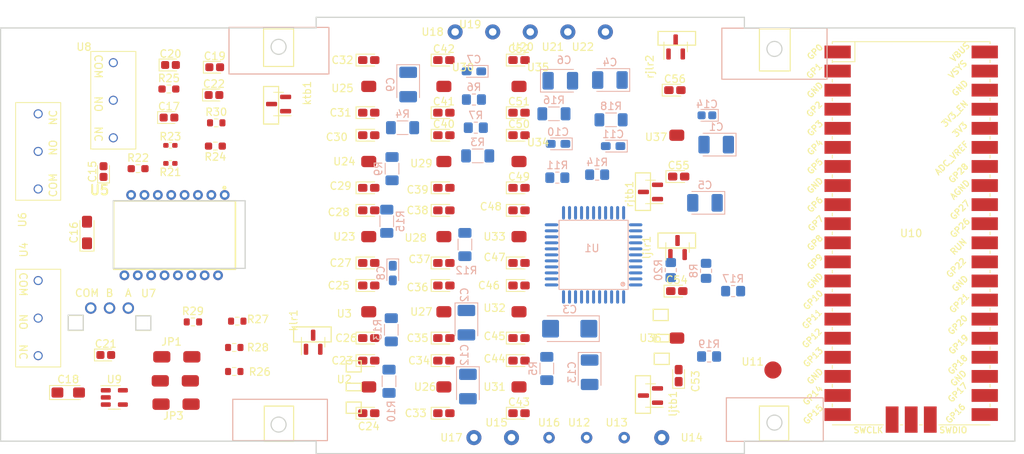
<source format=kicad_pcb>
(kicad_pcb (version 20221018) (generator pcbnew)
  (layers (0 "F.Cu" signal) (31 "B.Cu" signal) (34 "B.Paste" user) (35 "F.Paste" user) (36 "B.SilkS" user "B.Silkscreen") (37 "F.SilkS" user "F.Silkscreen") (38 "B.Mask" user) (39 "F.Mask" user) (44 "Edge.Cuts" user))
  (net 0 "")
  (net 1 "/+5V")
  (net 2 "GND")
  (net 3 "Net-(U1-Y0A)")
  (net 4 "Net-(U1-Y0B)")
  (net 5 "Net-(U1-Y1A)")
  (net 6 "Net-(U1-Y1B)")
  (net 7 "Net-(U1-Y2A)")
  (net 8 "Net-(U1-Y2B)")
  (net 9 "Net-(U1-Y3A)")
  (net 10 "Net-(U1-Y3B)")
  (net 11 "/Mouse_and_microcontroller/LEFT")
  (net 12 "/Mouse_and_microcontroller/RIGHT")
  (net 13 "Net-(U5-VDDPIX)")
  (net 14 "/Mouse_and_microcontroller/MIDDlE")
  (net 15 "Net-(U9-OUT)")
  (net 16 "Net-(JP1-A)")
  (net 17 "Net-(JP1-B)")
  (net 18 "Net-(JP2-B)")
  (net 19 "Net-(JP3-B)")
  (net 20 "/P11")
  (net 21 "/P10")
  (net 22 "/P12")
  (net 23 "/+3.3V")
  (net 24 "Net-(U1-X5)")
  (net 25 "Net-(C23-Pad1)")
  (net 26 "Net-(U1-X3)")
  (net 27 "/y1")
  (net 28 "Net-(U1-X0)")
  (net 30 "Net-(U1-SMP)")
  (net 31 "Net-(U1-X4)")
  (net 32 "/P13")
  (net 33 "/P14")
  (net 34 "/P15")
  (net 35 "/Mouse_and_microcontroller/miso")
  (net 36 "/Mouse_and_microcontroller/VDD_SS")
  (net 37 "Net-(C25-Pad1)")
  (net 38 "/Mouse_and_microcontroller/mosi")
  (net 39 "/Mouse_and_microcontroller/sclk")
  (net 40 "Net-(U1-X1)")
  (net 41 "Net-(C27-Pad1)")
  (net 42 "Net-(U1-X2)")
  (net 43 "Net-(U23-C1)")
  (net 44 "Net-(U2-C1)")
  (net 45 "Net-(C29-Pad1)")
  (net 46 "Net-(U24-C1)")
  (net 47 "Net-(U36-C1)")
  (net 48 "Net-(U5-LED_P)")
  (net 54 "/Mouse_and_microcontroller/GP17")
  (net 59 "/Mouse_and_microcontroller/motion")
  (net 60 "/Mouse_and_microcontroller/nsc")
  (net 63 "/Mouse_and_microcontroller/ZA")
  (net 64 "/Mouse_and_microcontroller/ZB")
  (net 65 "/Mouse_and_microcontroller/MIDDLE")
  (net 67 "/Mouse_and_microcontroller/led1")
  (net 68 "/Mouse_and_microcontroller/led2")
  (net 79 "/Mouse_and_microcontroller/vsys")
  (net 93 "Net-(U15-pwr)")
  (net 94 "Net-(U17-pwr)")
  (net 96 "Net-(C31-Pad1)")
  (net 97 "Net-(U25-C1)")
  (net 98 "Net-(U3-C1)")
  (net 99 "Net-(U26-C1)")
  (net 100 "/y2")
  (net 101 "Net-(U27-C1)")
  (net 102 "Net-(U28-C1)")
  (net 103 "Net-(U29-C1)")
  (net 104 "Net-(U30-C1)")
  (net 105 "Net-(U31-C1)")
  (net 106 "/y3")
  (net 107 "Net-(U32-C1)")
  (net 108 "Net-(U33-C1)")
  (net 109 "Net-(U34-C1)")
  (net 110 "Net-(U35-C1)")
  (net 111 "/x0")
  (net 112 "Net-(C55-Pad1)")
  (net 113 "Net-(U37-C1)")
  (footprint "Capacitor_Tantalum_SMD:CP_EIA-1608-10_AVX-L_Pad1.25x1.05mm_HandSolder" (layer "F.Cu") (at 126 128.75)
    (fp_text reference "C24" (at 0 1.75) (layer "F.SilkS"))
    (fp_text value "50pF" hide)
    (pad "1" smd roundrect (at -0.8 0) (size 1.25 1.05) (layers "F.Cu" "F.Paste" "F.Mask") (roundrect_rratio 0.238095) (net 44 "Net-(U2-C1)"))
    (pad "2" smd roundrect (at 0.8 0) (size 1.25 1.05) (layers "F.Cu" "F.Paste" "F.Mask") (roundrect_rratio 0.238095) (net 27 "/y1"))
  )
  (footprint "Resistor_SMD:R_0603_1608Metric_Pad0.98x0.95mm_HandSolder" (layer "F.Cu") (at 105.5875 93.2 180)
    (fp_text reference "R24" (at 0 -1.43) (layer "F.SilkS"))
    (fp_text value "10K" hide)
    (pad "1" smd roundrect (at -0.9125 0 180) (size 0.975 0.95) (layers "F.Cu" "F.Paste" "F.Mask") (net 23 "/+3.3V"))
    (pad "2" smd roundrect (at 0.9125 0 180) (size 0.975 0.95) (layers "F.Cu" "F.Paste" "F.Mask") (net 12 "/Mouse_and_microcontroller/RIGHT"))
  )
  (footprint "42QT1481:cap_touch" (layer "F.Cu") (at 126 105.25)
    (fp_text reference "U23" (at -3.25 0 unlocked) (layer "F.SilkS"))
    (fp_text value "cap_touch" hide)
    (pad "1" smd roundrect (at 0 0) (size 2 1.5) (layers "F.Cu" "F.Paste" "F.Mask") (net 43 "Net-(U23-C1)"))
  )
  (footprint "42QT1481:cap_touch" (layer "F.Cu") (at 136 115.25)
    (fp_text reference "U27" (at -3 0 unlocked) (layer "F.SilkS"))
    (fp_text value "cap_touch" hide)
    (pad "1" smd roundrect (at 0 0) (size 2 1.5) (layers "F.Cu" "F.Paste" "F.Mask") (net 101 "Net-(U27-C1)"))
  )
  (footprint "Package_TO_SOT_SMD:SOT-23" (layer "F.Cu") (at 163.5 126.4 180)
    (fp_text reference "ljtb1" (at -3 -1.1 90) (layer "F.SilkS"))
    (fp_text value "DRV505" hide)
    (pad "1" smd roundrect (at -0.9375 -0.95 180) (size 1.475 0.6) (layers "F.Cu" "F.Paste" "F.Mask") (net 1 "/+5V"))
    (pad "2" smd roundrect (at -0.9375 0.95 180) (size 1.475 0.6) (layers "F.Cu" "F.Paste" "F.Mask") (net 22 "/P12"))
    (pad "3" smd roundrect (at 0.9375 0 180) (size 1.475 0.6) (layers "F.Cu" "F.Paste" "F.Mask") (net 2 "GND"))
  )
  (footprint "Capacitor_Tantalum_SMD:CP_EIA-1608-10_AVX-L_Pad1.25x1.05mm_HandSolder" (layer "F.Cu") (at 146 98.75)
    (fp_text reference "C49" (at 0 -1.48) (layer "F.SilkS"))
    (fp_text value "50pF" hide)
    (pad "1" smd roundrect (at -0.8 0) (size 1.25 1.05) (layers "F.Cu" "F.Paste" "F.Mask") (roundrect_rratio 0.238095) (net 45 "Net-(C29-Pad1)"))
    (pad "2" smd roundrect (at 0.8 0) (size 1.25 1.05) (layers "F.Cu" "F.Paste" "F.Mask") (roundrect_rratio 0.238095) (net 109 "Net-(U34-C1)"))
  )
  (footprint "mother_conn_side:conn_side" (layer "F.Cu") (at 165 132)
    (fp_text reference "U14" (at 4 0 unlocked) (layer "F.SilkS"))
    (fp_text value "power_btr" hide)
    (pad "1" thru_hole circle (at 0 0) (size 2 2) (drill 1) (layers "*.Cu" "*.Mask") (net 2 "GND"))
  )
  (footprint "Resistor_SMD:R_0603_1608Metric" (layer "F.Cu") (at 105.7 90.1)
    (fp_text reference "R30" (at 0 -1.43) (layer "F.SilkS"))
    (fp_text value "R0" hide)
    (pad "1" smd roundrect (at -0.825 0) (size 0.8 0.95) (layers "F.Cu" "F.Paste" "F.Mask") (net 15 "Net-(U9-OUT)"))
    (pad "2" smd roundrect (at 0.825 0) (size 0.8 0.95) (layers "F.Cu" "F.Paste" "F.Mask") (net 36 "/Mouse_and_microcontroller/VDD_SS"))
  )
  (footprint "Capacitor_Tantalum_SMD:CP_EIA-1608-08_AVX-J" (layer "F.Cu") (at 105.5 82.7)
    (fp_text reference "C19" (at 0 -1.48) (layer "F.SilkS"))
    (fp_text value "100nF" hide)
    (pad "1" smd roundrect (at -0.7125 0) (size 1.075 1.05) (layers "F.Cu" "F.Paste" "F.Mask") (roundrect_rratio 0.238095) (net 1 "/+5V"))
    (pad "2" smd roundrect (at 0.7125 0) (size 1.075 1.05) (layers "F.Cu" "F.Paste" "F.Mask") (roundrect_rratio 0.238095) (net 2 "GND"))
  )
  (footprint "mother_conn_side:led_conn" (layer "F.Cu") (at 155 132)
    (fp_text reference "U12" (at -1 -2 unlocked) (layer "F.SilkS"))
    (fp_text value "LED_conn" hide)
    (pad "1" thru_hole circle (at 0 0) (size 1.524 1.524) (drill 0.762) (layers "*.Cu" "*.Mask") (net 68 "/Mouse_and_microcontroller/led2"))
  )
  (footprint "Package_TO_SOT_SMD:SOT-23" (layer "F.Cu") (at 163.5 99.3 180)
    (fp_text reference "rjtb1" (at 2.8 -0.3 90) (layer "F.SilkS"))
    (fp_text value "DRV505" hide)
    (pad "1" smd roundrect (at -0.9375 -0.95 180) (size 1.475 0.6) (layers "F.Cu" "F.Paste" "F.Mask") (net 1 "/+5V"))
    (pad "2" smd roundrect (at -0.9375 0.95 180) (size 1.475 0.6) (layers "F.Cu" "F.Paste" "F.Mask") (net 33 "/P14"))
    (pad "3" smd roundrect (at 0.9375 0 180) (size 1.475 0.6) (layers "F.Cu" "F.Paste" "F.Mask") (net 2 "GND"))
  )
  (footprint "MCU_RaspberryPi_and_Boards:RPi_Pico_SMD_TH" (layer "F.Cu") (at 198.2 104.8)
    (fp_text reference "U10" (at 0 0) (layer "F.SilkS"))
    (fp_text value "Pico")
    (fp_text user "GP1" (at -12.9 -21.6 45) (layer "F.SilkS") (effects (font (size 0.8 0.8))))
    (fp_text user "SWDIO" (at 5.6 26.2) (layer "F.SilkS") (effects (font (size 0.8 0.8))))
    (fp_text user "GP8" (at -12.8 1.27 45) (layer "F.SilkS") (effects (font (size 0.8 0.8))))
    (fp_text user "GP14" (at -13.1 21.59 45) (layer "F.SilkS") (effects (font (size 0.8 0.8))))
    (fp_text user "GP17" (at 6.2 21.2 45) (layer "F.SilkS") (effects (font (size 0.8 0.8))))
    (fp_text user "GP12" (at -13.2 13.97 45) (layer "F.SilkS") (effects (font (size 0.8 0.8))))
    (fp_text user "GND" (at 6.5 6.7 45) (layer "F.SilkS") (effects (font (size 0.8 0.8))))
    (fp_text user "GND" (at -12.8 6.35 45) (layer "F.SilkS") (effects (font (size 0.8 0.8))))
    (fp_text user "SWCLK" (at -5.7 26.2) (layer "F.SilkS") (effects (font (size 0.8 0.8))))
    (fp_text user "GP7" (at -12.7 -1.3 45) (layer "F.SilkS") (effects (font (size 0.8 0.8))))
    (fp_text user "GP28" (at 6.3 -8 45) (layer "F.SilkS") (effects (font (size 0.8 0.8))))
    (fp_text user "GP19" (at 6.3 14.8 45) (layer "F.SilkS") (effects (font (size 0.8 0.8))))
    (fp_text user "GND" (at 6.5 -19.3 45) (layer "F.SilkS") (effects (font (size 0.8 0.8))))
    (fp_text user "GP0" (at -12.8 -24.13 45) (layer "F.SilkS") (effects (font (size 0.8 0.8))))
    (fp_text user "GP13" (at -13.054 16.51 45) (layer "F.SilkS") (effects (font (size 0.8 0.8))))
    (fp_text user "GP2" (at -12.9 -16.51 45) (layer "F.SilkS") (effects (font (size 0.8 0.8))))
    (fp_text user "GP22" (at 6 4.6 45) (layer "F.SilkS") (effects (font (size 0.8 0.8))))
    (fp_text user "GND" (at 6.3 19.3 45) (layer "F.SilkS") (effects (font (size 0.8 0.8))))
    (fp_text user "GP5" (at -12.8 -8.89 45) (layer "F.SilkS") (effects (font (size 0.8 0.8))))
    (fp_text user "GP16" (at 5.9 24 45) (layer "F.SilkS") (effects (font (size 0.8 0.8))))
    (fp_text user "3V3" (at 6.5 -13.8 45) (layer "F.SilkS") (effects (font (size 0.8 0.8))))
    (fp_text user "GP11" (at -13.2 11.43 45) (layer "F.SilkS") (effects (font (size 0.8 0.8))))
    (fp_text user "VSYS" (at 6.2 -21.8 45) (layer "F.SilkS") (effects (font (size 0.8 0.8))))
    (fp_text user "GND" (at -12.8 19.05 45) (layer "F.SilkS") (effects (font (size 0.8 0.8))))
    (fp_text user "GP6" (at -12.8 -3.81 45) (layer "F.SilkS") (effects (font (size 0.8 0.8))))
    (fp_text user "GP20" (at 6.2 12.2 45) (layer "F.SilkS") (effects (font (size 0.8 0.8))))
    (fp_text user "ADC_VREF" (at 5.4 -10 45) (layer "F.SilkS") (effects (font (size 0.8 0.8))))
    (fp_text user "GP9" (at -12.8 3.81 45) (layer "F.SilkS") (effects (font (size 0.8 0.8))))
    (fp_text user "GP4" (at -12.8 -11.43 45) (layer "F.SilkS") (effects (font (size 0.8 0.8))))
    (fp_text user "VBUS" (at 6.5 -24.1 45) (layer "F.SilkS") (effects (font (size 0.8 0.8))))
    (fp_text user "GND" (at -12.8 -19.05 45) (layer "F.SilkS") (effects (font (size 0.8 0.8))))
    (fp_text user "3V3_EN" (at 5.8 -15.9 45) (layer "F.SilkS") (effects (font (size 0.8 0.8))))
    (fp_text user "GP21" (at 6.4 9.3 45) (layer "F.SilkS") (effects (font (size 0.8 0.8))))
    (fp_text user "GP3" (at -12.8 -13.97 45) (layer "F.SilkS") (effects (font (size 0.8 0.8))))
    (fp_text user "RUN" (at 6.3 1.8 45) (layer "F.SilkS") (effects (font (size 0.8 0.8))))
    (fp_text user "GP10" (at -13.054 8.89 45) (layer "F.SilkS") (effects (font (size 0.8 0.8))))
    (fp_text user "GP26" (at 6.5 -0.7 45) (layer "F.SilkS") (effects (font (size 0.8 0.8))))
    (fp_text user "AGND" (at 6.5 -5.8 45) (layer "F.SilkS") (effects (font (size 0.8 0.8))))
    (fp_text user "GND" (at -12.8 -6.35 45) (layer "F.SilkS") (effects (font (size 0.8 0.8))))
    (fp_text user "GP15" (at -13.054 24.13 45) (layer "F.SilkS") (effects (font (size 0.8 0.8))))
    (fp_text user "GP18" (at 6.2 17.5 45) (layer "F.SilkS") (effects (font (size 0.8 0.8))))
    (fp_text user "GP27" (at 6.5 -3.1 45) (layer "F.SilkS") (effects (font (size 0.8 0.8))))
    (pad "" np_thru_hole oval (at -2.725 -24) (size 1.8 1.8) (drill 1.8) (layers "*.Cu" "*.Mask"))
    (pad "" np_thru_hole oval (at -2.425 -20.97) (size 1.5 1.5) (drill 1.5) (layers "*.Cu" "*.Mask"))
    (pad "" np_thru_hole oval (at 2.425 -20.97) (size 1.5 1.5) (drill 1.5) (layers "*.Cu" "*.Mask"))
    (pad "" np_thru_hole oval (at 2.725 -24) (size 1.8 1.8) (drill 1.8) (layers "*.Cu" "*.Mask"))
    (pad "1" smd rect (at -8.89 -24.13) (size 3.5 1.7) (drill (offset -0.9 0)) (layers "F.Cu" "F.Mask") (net 59 "/Mouse_and_microcontroller/motion"))
    (pad "2" smd rect (at -8.89 -21.59) (size 3.5 1.7) (drill (offset -0.9 0)) (layers "F.Cu" "F.Mask") (net 60 "/Mouse_and_microcontroller/nsc"))
    (pad "3" smd rect (at -8.89 -19.05) (size 3.5 1.7) (drill (offset -0.9 0)) (layers "F.Cu" "F.Mask") (net 2 "GND"))
    (pad "4" smd rect (at -8.89 -16.51) (size 3.5 1.7) (drill (offset -0.9 0)) (layers "F.Cu" "F.Mask") (net 11 "/Mouse_and_microcontroller/LEFT"))
    (pad "5" smd rect (at -8.89 -13.97) (size 3.5 1.7) (drill (offset -0.9 0)) (layers "F.Cu" "F.Mask") (net 12 "/Mouse_and_microcontroller/RIGHT"))
    (pad "6" smd rect (at -8.89 -11.43) (size 3.5 1.7) (drill (offset -0.9 0)) (layers "F.Cu" "F.Mask") (net 65 "/Mouse_and_microcontroller/MIDDLE"))
    (pad "7" smd rect (at -8.89 -8.89) (size 3.5 1.7) (drill (offset -0.9 0)) (layers "F.Cu" "F.Mask"))
    (pad "8" smd rect (at -8.89 -6.35) (size 3.5 1.7) (drill (offset -0.9 0)) (layers "F.Cu" "F.Mask") (net 2 "GND"))
    (pad "9" smd rect (at -8.89 -3.81) (size 3.5 1.7) (drill (offset -0.9 0)) (layers "F.Cu" "F.Mask") (net 64 "/Mouse_and_microcontroller/ZB"))
    (pad "10" smd rect (at -8.89 -1.27) (size 3.5 1.7) (drill (offset -0.9 0)) (layers "F.Cu" "F.Mask") (net 63 "/Mouse_and_microcontroller/ZA"))
    (pad "11" smd rect (at -8.89 1.27) (size 3.5 1.7) (drill (offset -0.9 0)) (layers "F.Cu" "F.Mask") (net 67 "/Mouse_and_microcontroller/led1"))
    (pad "12" smd rect (at -8.89 3.81) (size 3.5 1.7) (drill (offset -0.9 0)) (layers "F.Cu" "F.Mask") (net 68 "/Mouse_and_microcontroller/led2"))
    (pad "13" smd rect (at -8.89 6.35) (size 3.5 1.7) (drill (offset -0.9 0)) (layers "F.Cu" "F.Mask") (net 2 "GND"))
    (pad "14" smd rect (at -8.89 8.89) (size 3.5 1.7) (drill (offset -0.9 0)) (layers "F.Cu" "F.Mask"))
    (pad "15" smd rect (at -8.89 11.43) (size 3.5 1.7) (drill (offset -0.9 0)) (layers "F.Cu" "F.Mask"))
    (pad "16" smd rect (at -8.89 13.97) (size 3.5 1.7) (drill (offset -0.9 0)) (layers "F.Cu" "F.Mask") (net 22 "/P12"))
    (pad "17" smd rect (at -8.89 16.51) (size 3.5 1.7) (drill (offset -0.9 0)) (layers "F.Cu" "F.Mask") (net 32 "/P13"))
    (pad "18" smd rect (at -8.89 19.05) (size 3.5 1.7) (drill (offset -0.9 0)) (layers "F.Cu" "F.Mask") (net 2 "GND"))
    (pad "19" smd rect (at -8.89 21.59) (size 3.5 1.7) (drill (offset -0.9 0)) (layers "F.Cu" "F.Mask") (net 33 "/P14"))
    (pad "20" smd rect (at -8.89 24.13) (size 3.5 1.7) (drill (offset -0.9 0)) (layers "F.Cu" "F.Mask") (net 34 "/P15"))
    (pad "21" smd rect (at 8.89 24.13) (size 3.5 1.7) (drill (offset 0.9 0)) (layers "F.Cu" "F.Mask") (net 35 "/Mouse_and_microcontroller/miso"))
    (pad "22" smd rect (at 8.89 21.59) (size 3.5 1.7) (drill (offset 0.9 0)) (layers "F.Cu" "F.Mask") (net 54 "/Mouse_and_microcontroller/GP17"))
    (pad "23" smd rect (at 8.89 19.05) (size 3.5 1.7) (drill (offset 0.9 0)) (layers "F.Cu" "F.Mask") (net 2 "GND"))
    (pad "24" smd rect (at 8.89 16.51) (size 3.5 1.7) (drill (offset 0.9 0)) (layers "F.Cu" "F.Mask") (net 39 "/Mouse_and_microcontroller/sclk"))
    (pad "25" smd rect (at 8.89 13.97) (size 3.5 1.7) (drill (offset 0.9 0)) (layers "F.Cu" "F.Mask") (net 38 "/Mouse_and_microcontroller/mosi"))
    (pad "26" smd rect (at 8.89 11.43) (size 3.5 1.7) (drill (offset 0.9 0)) (layers "F.Cu" "F.Mask"))
    (pad "27" smd rect (at 8.89 8.89) (size 3.5 1.7) (drill (offset 0.9 0)) (layers "F.Cu" "F.Mask"))
    (pad "28" smd rect (at 8.89 6.35) (size 3.5 1.7) (drill (offset 0.9 0)) (layers "F.Cu" "F.Mask") (net 2 "GND"))
    (pad "29" smd rect (at 8.89 3.81) (size 3.5 1.7) (drill (offset 0.9 0)) (layers "F.Cu" "F.Mask"))
    (pad "30" smd rect (at 8.89 1.27) (size 3.5 1.7) (drill (offset 0.9 0)) (layers "F.Cu" "F.Mask"))
    (pad "31" smd rect (at 8.89 -1.27) (size 3.5 1.7) (drill (offset 0.9 0)) (layers "F.Cu" "F.Mask") (net 21 "/P10"))
    (pad "32" smd rect (at 8.89 -3.81) (size 3.5 1.7) (drill (offset 0.9 0)) (layers "F.Cu" "F.Mask") (net 20 "/P11"))
    (pad "33" smd rect (at 8.89 -6.35) (size 3.5 1.7) (drill (offset 0.9 0)) (layers "F.Cu" "F.Mask"))
    (pad "34" smd rect (at 8.89 -8.89) (size 3.5 1.7) (drill (offset 0.9 0)) (layers "F.Cu" "F.Mask"))
    (pad "35" smd rect (at 8.89 -11.43) (size 3.5 1.7) (drill (offset 0.9 0)) (layers "F.Cu" "F.Mask"))
    (pad "36" smd rect (at 8.89 -13.97) (size 3.5 1.7) (drill (offset 0.9 0)) (layers "F.Cu" "F.Mask") (net 23 "/+3.3V"))
    (pad "37" smd rect (at 8.89 -16.51) (size 3.5 1.7) (drill (offset 0.9 0)) (layers "F.Cu" "F.Mask"))
    (pad "38" smd rect (at 8.89 -19.05) (size 3.5 1.7) (drill (offset 0.9 0)) (layers "F.Cu" "F.Mask") (net 2 "GND"))
    (pad "39" smd rect (at 8.89 -21.59) (size 3.5 1.7) (drill (offset 0.9 0)) (layers "F.Cu" "F.Mask") (net 79 "/Mouse_and_microcontroller/vsys"))
    (pad "40" smd rect (at 8.89 -24.13) (size 3.5 1.7) (drill (offset 0.9 0)) (layers "F.Cu" "F.Mask") (net 1 "/+5V"))
    (pad "41" smd rect (at -2.54 23.9 90) (size 3.5 1.7) (drill (offset -0.9 0)) (layers "F.Cu" "F.Mask"))
    (pad "42" smd rect (at 0 23.9 90) (size 3.5 1.7) (drill (offset -0.9 0)) (layers "F.Cu" "F.Mask"))
    (pad "43" smd rect (at 2.54 23.9 90) (size 3.5 1.7) (drill (offset -0.9 0)) (layers "F.Cu" "F.Mask"))
  )
  (footprint "mouse:PMW3360" (layer "F.Cu") (at 100.155 105.05)
    (fp_text reference "U5" (at -10 -6) (layer "F.SilkS") (effects (font (size 1.27 1.27) (thickness 0.254))))
    (fp_text value "PMW3360DM-T2QU" hide)
    (pad "1" thru_hole circle (at 6.675 -5.35) (size 1.3 1.3) (drill 0.7) (layers "*.Cu" "*.Mask"))
    (pad "2" thru_hole circle (at 4.895 -5.35) (size 1.3 1.3) (drill 0.7) (layers "*.Cu" "*.Mask"))
    (pad "3" thru_hole circle (at 3.115 -5.35) (size 1.3 1.3) (drill 0.7) (layers "*.Cu" "*.Mask") (net 13 "Net-(U5-VDDPIX)"))
    (pad "4" thru_hole circle (at 1.335 -5.35) (size 1.3 1.3) (drill 0.7) (layers "*.Cu" "*.Mask") (net 36 "/Mouse_and_microcontroller/VDD_SS"))
    (pad "5" thru_hole circle (at -0.445 -5.35) (size 1.3 1.3) (drill 0.7) (layers "*.Cu" "*.Mask") (net 23 "/+3.3V"))
    (pad "6" thru_hole circle (at -2.225 -5.35) (size 1.3 1.3) (drill 0.7) (layers "*.Cu" "*.Mask"))
    (pad "7" thru_hole circle (at -4.005 -5.35) (size 1.3 1.3) (drill 0.7) (layers "*.Cu" "*.Mask"))
    (pad "8" thru_hole circle (at -5.785 -5.35) (size 1.3 1.3) (drill 0.7) (layers "*.Cu" "*.Mask") (net 2 "GND"))
    (pad "9" thru_hole circle (at -6.675 5.35) (size 1.3 1.3) (drill 0.7) (layers "*.Cu" "*.Mask") (net 59 "/Mouse_and_microcontroller/motion"))
    (pad "10" thru_hole circle (at -4.895 5.35) (size 1.3 1.3) (drill 0.7) (layers "*.Cu" "*.Mask") (net 39 "/Mouse_and_microcontroller/sclk"))
    (pad "11" thru_hole circle (at -3.115 5.35) (size 1.3 1.3) (drill 0.7) (layers "*.Cu" "*.Mask") (net 38 "/Mouse_and_microcontroller/mosi"))
    (pad "12" thru_hole circle (at -1.335 5.35) (size 1.3 1.3) (drill 0.7) (layers "*.Cu" "*.Mask") (net 35 "/Mouse_and_microcontroller/miso"))
    (pad "13" thru_hole circle (at 0.445 5.35) (size 1.3 1.3) (drill 0.7) (layers "*.Cu" "*.Mask") (net 60 "/Mouse_and_microcontroller/nsc"))
    (pad "14" thru_hole circle (at 2.225 5.35) (size 1.3 1.3) (drill 0.7) (layers "*.Cu" "*.Mask"))
    (pad "15" thru_hole circle (at 4.005 5.35) (size 1.3 1.3) (drill 0.7) (layers "*.Cu" "*.Mask") (net 48 "Net-(U5-LED_P)"))
    (pad "16" thru_hole circle (at 5.785 5.35) (size 1.3 1.3) (drill 0.7) (layers "*.Cu" "*.Mask"))
  )
  (footprint "Capacitor_Tantalum_SMD:CP_EIA-1608-10_AVX-L_Pad1.25x1.05mm_HandSolder" (layer "F.Cu") (at 136 128.75)
    (fp_text reference "C33" (at -3.75 0) (layer "F.SilkS"))
    (fp_text value "50pF" hide)
    (pad "1" smd roundrect (at -0.8 0) (size 1.25 1.05) (layers "F.Cu" "F.Paste" "F.Mask") (roundrect_rratio 0.238095) (net 25 "Net-(C23-Pad1)"))
    (pad "2" smd roundrect (at 0.8 0) (size 1.25 1.05) (layers "F.Cu" "F.Paste" "F.Mask") (roundrect_rratio 0.238095) (net 99 "Net-(U26-C1)"))
  )
  (footprint "mother_conn_side:conn_side" (layer "F.Cu") (at 140 132)
    (fp_text reference "U17" (at -3 0 unlocked) (layer "F.SilkS"))
    (fp_text value "power_btr" hide)
    (pad "1" thru_hole circle (at 0 0) (size 2 2) (drill 1) (layers "*.Cu" "*.Mask") (net 94 "Net-(U17-pwr)"))
  )
  (footprint "Capacitor_Tantalum_SMD:CP_EIA-1608-10_AVX-L_Pad1.25x1.05mm_HandSolder" (layer "F.Cu") (at 167.25 97.25)
    (fp_text reference "C55" (at 0 -1.48) (layer "F.SilkS"))
    (fp_text value "50pF" hide)
    (pad "1" smd roundrect (at -0.8 0) (size 1.25 1.05) (layers "F.Cu" "F.Paste" "F.Mask") (roundrect_rratio 0.238095) (net 112 "Net-(C55-Pad1)"))
    (pad "2" smd roundrect (at 0.8 0) (size 1.25 1.05) (layers "F.Cu" "F.Paste" "F.Mask") (roundrect_rratio 0.238095) (net 113 "Net-(U37-C1)"))
  )
  (footprint "Capacitor_Tantalum_SMD:CP_EIA-1608-10_AVX-L_Pad1.25x1.05mm_HandSolder" (layer "F.Cu") (at 126 88.75)
    (fp_text reference "C31" (at -3.75 0) (layer "F.SilkS"))
    (fp_text value "50pF" hide)
    (pad "1" smd roundrect (at -0.8 0) (size 1.25 1.05) (layers "F.Cu" "F.Paste" "F.Mask") (roundrect_rratio 0.238095) (net 96 "Net-(C31-Pad1)"))
    (pad "2" smd roundrect (at 0.8 0) (size 1.25 1.05) (layers "F.Cu" "F.Paste" "F.Mask") (roundrect_rratio 0.238095) (net 97 "Net-(U25-C1)"))
  )
  (footprint "mouse:switch" (layer "F.Cu") (at 79 100.405 90)
    (fp_text reference "U6" (at -2.595 0.905 90 unlocked) (layer "F.SilkS"))
    (fp_text value "Switch" hide)
    (fp_text user "COM" (at 2 5 90 unlocked) (layer "F.SilkS"))
    (fp_text user "NC" (at 11 5 90 unlocked) (layer "F.SilkS"))
    (fp_text user "NO" (at 7 5 90 unlocked) (layer "F.SilkS"))
    (pad "1" thru_hole circle (at 1.5 3 90) (size 1.2 1.2) (drill 0.9) (layers "*.Cu" "*.Mask") (net 12 "/Mouse_and_microcontroller/RIGHT"))
    (pad "2" thru_hole circle (at 6.5 3 90) (size 1.2 1.2) (drill 0.9) (layers "*.Cu" "*.Mask") (net 2 "GND"))
    (pad "3" thru_hole circle (at 11.5 3 90) (size 1.2 1.2) (drill 0.9) (layers "*.Cu" "*.Mask") (net 12 "/Mouse_and_microcontroller/RIGHT"))
  )
  (footprint "mouse:jump_off" (layer "F.Cu") (at 95.3535 124.544)
    (fp_text reference "JP3" (at 4.6465 4.556 unlocked) (layer "F.SilkS"))
    (fp_text value "Jumper_2_Open" hide)
    (pad "1" smd roundrect (at 3 3) (size 2.286 1.524) (layers "F.Cu" "F.Paste" "F.Mask") (net 16 "Net-(JP1-A)"))
    (pad "2" smd roundrect (at 7 3) (size 2.286 1.524) (layers "F.Cu" "F.Paste" "F.Mask") (net 19 "Net-(JP3-B)"))
  )
  (footprint "Capacitor_Tantalum_SMD:CP_EIA-1608-10_AVX-L_Pad1.25x1.05mm_HandSolder" (layer "F.Cu") (at 136 98.75)
    (fp_text reference "C39" (at -3.5 0.25) (layer "F.SilkS"))
    (fp_text value "50pF" hide)
    (pad "1" smd roundrect (at -0.8 0) (size 1.25 1.05) (layers "F.Cu" "F.Paste" "F.Mask") (roundrect_rratio 0.238095) (net 45 "Net-(C29-Pad1)"))
    (pad "2" smd roundrect (at 0.8 0) (size 1.25 1.05) (layers "F.Cu" "F.Paste" "F.Mask") (roundrect_rratio 0.238095) (net 103 "Net-(U29-C1)"))
  )
  (footprint "Capacitor_Tantalum_SMD:CP_EIA-1608-10_AVX-L_Pad1.25x1.05mm_HandSolder" (layer "F.Cu") (at 166.75 85.75)
    (fp_text reference "C56" (at 0 -1.48) (layer "F.SilkS"))
    (fp_text value "50pF" hide)
    (pad "1" smd roundrect (at -0.8 0) (size 1.25 1.05) (layers "F.Cu" "F.Paste" "F.Mask") (roundrect_rratio 0.238095) (net 113 "Net-(U37-C1)"))
    (pad "2" smd roundrect (at 0.8 0) (size 1.25 1.05) (layers "F.Cu" "F.Paste" "F.Mask") (roundrect_rratio 0.238095) (net 111 "/x0"))
  )
  (footprint "Capacitor_Tantalum_SMD:CP_EIA-1608-08_AVX-J" (layer "F.Cu") (at 99.4125 89.4)
    (fp_text reference "C17" (at 0 -1.48) (layer "F.SilkS"))
    (fp_text value "100nF" hide)
    (pad "1" smd roundrect (at -0.7125 0) (size 1.075 1.05) (layers "F.Cu" "F.Paste" "F.Mask") (roundrect_rratio 0.238095) (net 14 "/Mouse_and_microcontroller/MIDDlE"))
    (pad "2" smd roundrect (at 0.7125 0) (size 1.075 1.05) (layers "F.Cu" "F.Paste" "F.Mask") (roundrect_rratio 0.238095) (net 2 "GND"))
  )
  (footprint "Capacitor_Tantalum_SMD:CP_EIA-1608-10_AVX-L_Pad1.25x1.05mm_HandSolder" (layer "F.Cu") (at 146 118.75)
    (fp_text reference "C45" (at -3.25 -0.25) (layer "F.SilkS"))
    (fp_text value "50pF" hide)
    (pad "1" smd roundrect (at -0.8 0) (size 1.25 1.05) (layers "F.Cu" "F.Paste" "F.Mask") (roundrect_rratio 0.238095) (net 37 "Net-(C25-Pad1)"))
    (pad "2" smd roundrect (at 0.8 0) (size 1.25 1.05) (layers "F.Cu" "F.Paste" "F.Mask") (roundrect_rratio 0.238095) (net 107 "Net-(U32-C1)"))
  )
  (footprint "Capacitor_Tantalum_SMD:CP_EIA-1608-10_AVX-L_Pad1.25x1.05mm_HandSolder" (layer "F.Cu") (at 146 111.75)
    (fp_text reference "C46" (at -4 0) (layer "F.SilkS"))
    (fp_text value "50pF" hide)
    (pad "1" smd roundrect (at -0.8 0) (size 1.25 1.05) (layers "F.Cu" "F.Paste" "F.Mask") (roundrect_rratio 0.238095) (net 107 "Net-(U32-C1)"))
    (pad "2" smd roundrect (at 0.8 0) (size 1.25 1.05) (layers "F.Cu" "F.Paste" "F.Mask") (roundrect_rratio 0.238095) (net 106 "/y3"))
  )
  (footprint "Capacitor_Tantalum_SMD:CP_EIA-1608-10_AVX-L_Pad1.25x1.05mm_HandSolder" (layer "F.Cu") (at 126 81.75)
    (fp_text reference "C32" (at -3.5 0) (layer "F.SilkS"))
    (fp_text value "50pF" hide)
    (pad "1" smd roundrect (at -0.8 0) (size 1.25 1.05) (layers "F.Cu" "F.Paste" "F.Mask") (roundrect_rratio 0.238095) (net 97 "Net-(U25-C1)"))
    (pad "2" smd roundrect (at 0.8 0) (size 1.25 1.05) (layers "F.Cu" "F.Paste" "F.Mask") (roundrect_rratio 0.238095) (net 27 "/y1"))
  )
  (footprint "Capacitor_Tantalum_SMD:CP_EIA-1608-08_AVX-J" (layer "F.Cu") (at 90.7 96.5875 90)
    (fp_text reference "C15" (at 0 -1.48 90) (layer "F.SilkS"))
    (fp_text value "100nF" hide)
    (pad "1" smd roundrect (at -0.7125 0 90) (size 1.075 1.05) (layers "F.Cu" "F.Paste" "F.Mask") (roundrect_rratio 0.238095) (net 12 "/Mouse_and_microcontroller/RIGHT"))
    (pad "2" smd roundrect (at 0.7125 0 90) (size 1.075 1.05) (layers "F.Cu" "F.Paste" "F.Mask") (roundrect_rratio 0.238095) (net 2 "GND"))
  )
  (footprint "mouse:jump_off" (layer "F.Cu") (at 95.4535 118.244)
    (fp_text reference "JP1" (at 4.3 1 unlocked) (layer "F.SilkS"))
    (fp_text value "Jumper_2_Open" hide)
    (pad "1" smd roundrect (at 3 3) (size 2.286 1.524) (layers "F.Cu" "F.Paste" "F.Mask") (net 16 "Net-(JP1-A)"))
    (pad "2" smd roundrect (at 7 3) (size 2.286 1.524) (layers "F.Cu" "F.Paste" "F.Mask") (net 17 "Net-(JP1-B)"))
  )
  (footprint "mother_conn_side:conn_side" (layer "F.Cu") (at 137.5 78)
    (fp_text reference "U18" (at -3 0 unlocked) (layer "F.SilkS"))
    (fp_text value "power_btr" hide)
    (pad "1" thru_hole circle (at 0 0) (size 2 2) (drill 1) (layers "*.Cu" "*.Mask") (net 2 "GND"))
  )
  (footprint "Resistor_SMD:R_0603_1608Metric_Pad0.98x0.95mm_HandSolder" (layer "F.Cu") (at 99.4 85.6)
    (fp_text reference "R25" (at 0 -1.43) (layer "F.SilkS"))
    (fp_text value "10K" hide)
    (pad "1" smd roundrect (at -0.9125 0) (size 0.975 0.95) (layers "F.Cu" "F.Paste" "F.Mask") (net 23 "/+3.3V"))
    (pad "2" smd roundrect (at 0.9125 0) (size 0.975 0.95) (layers "F.Cu" "F.Paste" "F.Mask") (net 14 "/Mouse_and_microcontroller/MIDDlE"))
  )
  (footprint "42QT1481:cap_touch" (layer "F.Cu") (at 167 91.75)
    (fp_text reference "U37" (at -2.75 0.25 unlocked) (layer "F.SilkS"))
    (fp_text value "cap_touch" hide)
    (pad "1" smd roundrect (at 0 0) (size 2 1.5) (layers "F.Cu" "F.Paste" "F.Mask") (net 113 "Net-(U37-C1)"))
  )
  (footprint "Capacitor_Tantalum_SMD:CP_EIA-1608-10_AVX-L_Pad1.25x1.05mm_HandSolder" (layer "F.Cu") (at 126 91.75)
    (fp_text reference "C30" (at -4.25 0.25) (layer "F.SilkS"))
    (fp_text value "50pF" hide)
    (pad "1" smd roundrect (at -0.8 0) (size 1.25 1.05) (layers "F.Cu" "F.Paste" "F.Mask") (roundrect_rratio 0.238095) (net 46 "Net-(U24-C1)"))
    (pad "2" smd roundrect (at 0.8 0) (size 1.25 1.05) (layers "F.Cu" "F.Paste" "F.Mask") (roundrect_rratio 0.238095) (net 27 "/y1"))
  )
  (footprint "42QT1481:cap_touch" (layer "F.Cu") (at 136 95.25)
    (fp_text reference "U29" (at -3 0.25 unlocked) (layer "F.SilkS"))
    (fp_text value "cap_touch" hide)
    (pad "1" smd roundrect (at 0 0) (size 2 1.5) (layers "F.Cu" "F.Paste" "F.Mask") (net 103 "Net-(U29-C1)"))
  )
  (footprint "Resistor_SMD:R_0603_1608Metric" (layer "F.Cu") (at 108.5 116.5)
    (fp_text reference "R27" (at 2.75 -0.25) (layer "F.SilkS"))
    (fp_text value "56K" hide)
    (pad "1" smd roundrect (at -0.825 0) (size 0.8 0.95) (layers "F.Cu" "F.Paste" "F.Mask") (net 17 "Net-(JP1-B)"))
    (pad "2" smd roundrect (at 0.825 0) (size 0.8 0.95) (layers "F.Cu" "F.Paste" "F.Mask") (net 2 "GND"))
  )
  (footprint "Capacitor_Tantalum_SMD:CP_EIA-1608-10_AVX-L_Pad1.25x1.05mm_HandSolder" (layer "F.Cu") (at 146 91.75)
    (fp_text reference "C50" (at 0 -1.48) (layer "F.SilkS"))
    (fp_text value "50pF" hide)
    (pad "1" smd roundrect (at -0.8 0) (size 1.25 1.05) (layers "F.Cu" "F.Paste" "F.Mask") (roundrect_rratio 0.238095) (net 109 "Net-(U34-C1)"))
    (pad "2" smd roundrect (at 0.8 0) (size 1.25 1.05) (layers "F.Cu" "F.Paste" "F.Mask") (roundrect_rratio 0.238095) (net 106 "/y3"))
  )
  (footprint "mother_conn_side:led_conn" (layer "F.Cu") (at 150 132)
    (fp_text reference "U16" (at 0 -2 unlocked) (layer "F.SilkS"))
    (fp_text value "LED_conn" hide)
    (pad "1" thru_hole circle (at 0 0) (size 1.524 1.524) (drill 0.762) (layers "*.Cu" "*.Mask") (net 67 "/Mouse_and_microcontroller/led1"))
  )
  (footprint "Capacitor_Tantalum_SMD:CP_EIA-1608-10_AVX-L_Pad1.25x1.05mm_HandSolder" (layer "F.Cu") (at 146 108.75)
    (fp_text reference "C47" (at -3.25 -0.75) (layer "F.SilkS"))
    (fp_text value "50pF" hide)
    (pad "1" smd roundrect (at -0.8 0) (size 1.25 1.05) (layers "F.Cu" "F.Paste" "F.Mask") (roundrect_rratio 0.238095) (net 41 "Net-(C27-Pad1)"))
    (pad "2" smd roundrect (at 0.8 0) (size 1.25 1.05) (layers "F.Cu" "F.Paste" "F.Mask") (roundrect_rratio 0.238095) (net 108 "Net-(U33-C1)"))
  )
  (footprint "Capacitor_Tantalum_SMD:CP_EIA-3216-12_Kemet-S_Pad1.58x1.35mm_HandSolder" (layer "F.Cu") (at 88.5 104.7 90)
    (fp_text reference "C16" (at 0 -1.75 90) (layer "F.SilkS"))
    (fp_text value "4.7uF" hide)
    (pad "1" smd roundrect (at -1.4375 0 90) (size 1.575 1.35) (layers "F.Cu" "F.Paste" "F.Mask") (roundrect_rratio 0.185185) (net 13 "Net-(U5-VDDPIX)"))
    (pad "2" smd roundrect (at 1.4375 0 90) (size 1.575 1.35) (layers "F.Cu" "F.Paste" "F.Mask") (roundrect_rratio 0.185185) (net 2 "GND"))
  )
  (footprint "Capacitor_Tantalum_SMD:CP_EIA-1608-10_AVX-L_Pad1.25x1.05mm_HandSolder" (layer "F.Cu") (at 167.25 123.75 90)
    (fp_text reference "C53" (at -0.75 2.25 90) (layer "F.SilkS"))
    (fp_text value "50pF" hide)
    (pad "1" smd roundrect (at -0.8 0 90) (size 1.25 1.05) (layers "F.Cu" "F.Paste" "F.Mask") (roundrect_rratio 0.238095))
    (pad "2" smd roundrect (at 0.8 0 90) (size 1.25 1.05) (layers "F.Cu" "F.Paste" "F.Mask") (roundrect_rratio 0.238095) (net 47 "Net-(U36-C1)"))
  )
  (footprint "Resistor_SMD:R_0603_1608Metric_Pad0.98x0.95mm_HandSolder" (layer "F.Cu") (at 95.3 96.2)
    (fp_text reference "R22" (at 0 -1.43) (layer "F.SilkS"))
    (fp_text value "10K" hide)
    (pad "1" smd roundrect (at -0.9125 0) (size 0.975 0.95) (layers "F.Cu" "F.Paste" "F.Mask") (net 23 "/+3.3V"))
    (pad "2" smd roundrect (at 0.9125 0) (size 0.975 0.95) (layers "F.Cu" "F.Paste" "F.Mask") (net 11 "/Mouse_and_microcontroller/LEFT"))
  )
  (footprint "42QT1481:cap_touch" (layer "F.Cu") (at 136 105.25)
    (fp_text reference "U28" (at -3.75 0.15 unlocked) (layer "F.SilkS"))
    (fp_text value "cap_touch" hide)
    (pad "1" smd roundrect (at 0 0) (size 2 1.5) (layers "F.Cu" "F.Paste" "F.Mask") (net 102 "Net-(U28-C1)"))
  )
  (footprint "Capacitor_Tantalum_SMD:CP_EIA-1608-10_AVX-L_Pad1.25x1.05mm_HandSolder" (layer "F.Cu") (at 136 118.75)
    (fp_text reference "C35" (at -3.5 0) (layer "F.SilkS"))
    (fp_text value "50pF" hide)
    (pad "1" smd roundrect (at -0.8 0) (size 1.25 1.05) (layers "F.Cu" "F.Paste" "F.Mask") (roundrect_rratio 0.238095) (net 37 "Net-(C25-Pad1)"))
    (pad "2" smd roundrect (at 0.8 0) (size 1.25 1.05) (layers "F.Cu" "F.Paste" "F.Mask") (roundrect_rratio 0.238095) (net 101 "Net-(U27-C1)"))
  )
  (footprint "Capacitor_Tantalum_SMD:CP_EIA-1608-10_AVX-L_Pad1.25x1.05mm_HandSolder" (layer "F.Cu") (at 136 111.75)
    (fp_text reference "C36" (at -3.5 0.25) (layer "F.SilkS"))
    (fp_text value "50pF" hide)
    (pad "1" smd roundrect (at -0.8 0) (size 1.25 1.05) (layers "F.Cu" "F.Paste" "F.Mask") (roundrect_rratio 0.238095) (net 101 "Net-(U27-C1)"))
    (pad "2" smd roundrect (at 0.8 0) (size 1.25 1.05) (layers "F.Cu" "F.Paste" "F.Mask") (roundrect_rratio 0.238095) (net 100 "/y2"))
  )
  (footprint "mother_conn_side:conn_side" (layer "F.Cu") (at 147.5 78)
    (fp_text reference "U20" (at -1 2 unlocked) (layer "F.SilkS"))
    (fp_text value "power_btr" hide)
    (pad "1" thru_hole circle (at 0 0) (size 2 2) (drill 1) (layers "*.Cu" "*.Mask") (net 79 "/Mouse_and_microcontroller/vsys"))
  )
  (footprint "mouse:Z-Encoder" (layer "F.Cu") (at 98 119.756 180)
    (fp_text reference "U7" (at 1.305 6.956 unlocked) (layer "F.SilkS"))
    (fp_text value "Z-Encoder" hide)
    (fp_text user "A" (at 4 7 unlocked) (layer "F.SilkS"))
    (fp_text user "COM" (at 9.5 7 unlocked) (layer "F.SilkS"))
    (fp_text user "B" (at 6.5 7 unlocked) (layer "F.SilkS"))
    (pad "1" thru_hole circle (at 4 5 180) (size 1.524 1.524) (drill 1) (layers "*.Cu" "*.Mask") (net 63 "/Mouse_and_microcontroller/ZA"))
    (pad "2" thru_hole circle (at 6.5 5 180) (size 1.524 1.524) (drill 1) (layers "*.Cu" "*.Mask") (net 64 "/Mouse_and_microcontroller/ZB"))
    (pad "3" thru_hole circle (at 9 5 180) (size 1.524 1.524) (drill 1) (layers "*.Cu" "*.Mask") (net 2 "GND"))
  )
  (footprint "Package_TO_SOT_SMD:SOT-23-5" (layer "F.Cu") (at 92.1375 126.65)
    (fp_text reference "U9" (at 0 -2.4) (layer "F.SilkS"))
    (fp_text value "TPS73615DBV" hide)
    (pad "1" smd roundrect (at -1.1375 -0.95) (size 1.325 0.6) (layers "F.Cu" "F.Paste" "F.Mask") (net 1 "/+5V"))
    (pad "2" smd roundrect (at -1.1375 0) (size 1.325 0.6) (layers "F.Cu" "F.Paste" "F.Mask") (net 2 "GND"))
    (pad "3" smd roundrect (at -1.1375 0.95) (size 1.325 0.6) (layers "F.Cu" "F.Paste" "F.Mask") (net 1 "/+5V"))
    (pad "4" smd roundrect (at 1.1375 0.95) (size 1.325 0.6) (layers "F.Cu" "F.Paste" "F.Mask") (net 16 "Net-(JP1-A)"))
    (pad "5" smd roundrect (at 1.1375 -0.95) (size 1.325 0.6) (layers "F.Cu" "F.Paste" "F.Mask") (net 15 "Net-(U9-OUT)"))
  )
  (footprint "Capacitor_Tantalum_SMD:CP_EIA-1608-10_AVX-L_Pad1.25x1.05mm_HandSolder" (layer "F.Cu") (at 167 112.5)
    (fp_text reference "C54" (at 0 -1.48) (layer "F.SilkS"))
    (fp_text value "50pF" hide)
    (pad "1" smd roundrect (at -0.8 0) (size 1.25 1.05) (layers "F.Cu" "F.Paste" "F.Mask") (roundrect_rratio 0.238095) (net 47 "Net-(U36-C1)"))
    (pad "2" smd roundrect (at 0.8 0) (size 1.25 1.05) (layers "F.Cu" "F.Paste" "F.Mask") (roundrect_rratio 0.238095) (net 111 "/x0"))
  )
  (footprint "42QT1481:cap_touch" (layer "F.Cu") (at 136 85.25)
    (fp_text reference "U30" (at 2.54 -2.54 unlocked) (layer "F.SilkS"))
    (fp_text value "cap_touch" hide)
    (pad "1" smd roundrect (at 0 0) (size 2 1.5) (layers "F.Cu" "F.Paste" "F.Mask") (net 104 "Net-(U30-C1)"))
  )
  (footprint "Capacitor_Tantalum_SMD:CP_EIA-1608-08_AVX-J" (layer "F.Cu") (at 99.6125 82.4)
    (fp_text reference "C20" (at 0 -1.48) (layer "F.SilkS"))
    (fp_text value "1uF" hide)
    (pad "1" smd roundrect (at -0.7125 0) (size 1.075 1.05) (layers "F.Cu" "F.Paste" "F.Mask") (roundrect_rratio 0.238095) (net 1 "/+5V"))
    (pad "2" smd roundrect (at 0.7125 0) (size 1.075 1.05) (layers "F.Cu" "F.Paste" "F.Mask") (roundrect_rratio 0.238095) (net 2 "GND"))
  )
  (footprint "42QT1481:cap_touch" (layer "F.Cu") (at 126 115.25)
    (fp_text reference "U3" (at -3.25 0.25 unlocked) (layer "F.SilkS"))
    (fp_text value "cap_touch" hide)
    (pad "1" smd roundrect (at 0 0) (size 2 1.5) (layers "F.Cu" "F.Paste" "F.Mask") (net 98 "Net-(U3-C1)"))
  )
  (footprint "Capacitor_Tantalum_SMD:CP_EIA-1608-08_AVX-J" (layer "F.Cu") (at 91 121)
    (fp_text reference "C21" (at 0 -1.48) (layer "F.SilkS"))
    (fp_text value "100nF" hide)
    (pad "1" smd roundrect (at -0.7125 0) (size 1.075 1.05) (layers "F.Cu" "F.Paste" "F.Mask") (roundrect_rratio 0.238095) (net 15 "Net-(U9-OUT)"))
    (pad "2" smd roundrect (at 0.7125 0) (size 1.075 1.05) (layers "F.Cu" "F.Paste" "F.Mask") (roundrect_rratio 0.238095) (net 16 "Net-(JP1-A)"))
  )
  (footprint "Capacitor_Tantalum_SMD:CP_EIA-1608-10_AVX-L_Pad1.25x1.05mm_HandSolder" (layer "F.Cu") (at 126 98.75)
    (fp_text reference "C29" (at -3.75 -0.25) (layer "F.SilkS"))
    (fp_text value "50pF" hide)
    (pad "1" smd roundrect (at -0.8 0) (size 1.25 1.05) (layers "F.Cu" "F.Paste" "F.Mask") (roundrect_rratio 0.238095) (net 45 "Net-(C29-Pad1)"))
    (pad "2" smd roundrect (at 0.8 0) (size 1.25 1.05) (layers "F.Cu" "F.Paste" "F.Mask") (roundrect_rratio 0.238095) (net 46 "Net-(U24-C1)"))
  )
  (footprint "mother_conn_side:conn_side" (layer "F.Cu") (at 152.5 78)
    (fp_text reference "U21" (at -2 2 unlocked) (layer "F.SilkS"))
    (fp_text value "power_btr" hide)
    (pad "1" thru_hole circle (at 0 0) (size 2 2) (drill 1) (layers "*.Cu" "*.Mask") (net 93 "Net-(U15-pwr)"))
  )
  (footprint "mother_conn_side:conn_side" (layer "F.Cu") (at 142.5 78)
    (fp_text reference "U19" (at -3 -1 unlocked) (layer "F.SilkS"))
    (fp_text value "power_btr" hide)
    (pad "1" thru_hole circle (at 0 0) (size 2 2) (drill 1) (layers "*.Cu" "*.Mask"))
  )
  (footprint "Capacitor_Tantalum_SMD:CP_EIA-1608-08_AVX-J" (layer "F.Cu") (at 105.4 86.4)
    (fp_text reference "C22" (at 0 -1.48) (layer "F.SilkS"))
    (fp_text value "10uF" hide)
    (pad "1" smd roundrect (at -0.7125 0) (size 1.075 1.05) (layers "F.Cu" "F.Paste" "F.Mask") (roundrect_rratio 0.238095) (net 15 "Net-(U9-OUT)"))
    (pad "2" smd roundrect (at 0.7125 0) (size 1.075 1.05) (layers "F.Cu" "F.Paste" "F.Mask") (roundrect_rratio 0.238095) (net 2 "GND"))
  )
  (footprint "Package_TO_SOT_SMD:SOT-23" (layer "F.Cu") (at 167.1 106.7 90)
    (fp_text reference "ljlr1" (at 0 -4.1 90) (layer "F.SilkS"))
    (fp_text value "DRV505" hide)
    (pad "1" smd roundrect (at -0.9375 -0.95 90) (size 1.475 0.6) (layers "F.Cu" "F.Paste" "F.Mask") (net 1 "/+5V"))
    (pad "2" smd roundrect (at -0.9375 0.95 90) (size 1.475 0.6) (layers "F.Cu" "F.Paste" "F.Mask") (net 32 "/P13"))
    (pad "3" smd roundrect (at 0.9375 0 90) (size 1.475 0.6) (layers "F.Cu" "F.Paste" "F.Mask") (net 2 "GND"))
  )
  (footprint "42QT1481:cap_touch" (layer "F.Cu") (at 146 115.25)
    (fp_text reference "U32" (at -3.25 -0.5 unlocked) (layer "F.SilkS"))
    (fp_text value "cap_touch" hide)
    (pad "1" smd roundrect (at 0 0) (size 2 1.5) (layers "F.Cu" "F.Paste" "F.Mask") (net 107 "Net-(U32-C1)"))
  )
  (footprint "Capacitor_Tantalum_SMD:CP_EIA-1608-10_AVX-L_Pad1.25x1.05mm_HandSolder" (layer "F.Cu") (at 126 111.75)
    (fp_text reference "C25" (at -4 0) (layer "F.SilkS"))
    (fp_text value "50pF" hide)
    (pad "1" smd roundrect (at -0.8 0) (size 1.25 1.05) (layers "F.Cu" "F.Paste" "F.Mask") (roundrect_rratio 0.238095) (net 37 "Net-(C25-Pad1)"))
    (pad "2" smd roundrect (at 0.8 0) (size 1.25 1.05) (layers "F.Cu" "F.Paste" "F.Mask") (roundrect_rratio 0.238095) (net 98 "Net-(U3-C1)"))
  )
  (footprint "42QT1481:cap_touch" (layer "F.Cu") (at 126 85.25)
    (fp_text reference "U25" (at -3.5 0.25 unlocked) (layer "F.SilkS"))
    (fp_text value "cap_touch" hide)
    (pad "1" smd roundrect (at 0 0) (size 2 1.5) (layers "F.Cu" "F.Paste" "F.Mask") (net 97 "Net-(U25-C1)"))
  )
  (footprint "42QT1481:cap_touch" (layer "F.Cu") (at 126 125.25)
    (fp_text reference "U2" (at -3.25 -1 unlocked) (layer "F.SilkS"))
    (fp_text value "cap_touch" hide)
    (pad "1" smd roundrect (at 0 0) (size 2 1.5) (layers "F.Cu" "F.Paste" "F.Mask") (net 44 "Net-(U2-C1)"))
  )
  (footprint "mother_conn_side:conn_side" (layer "F.Cu") (at 145 132)
    (fp_text reference "U15" (at -2 -2 unlocked) (layer "F.SilkS"))
    (fp_text value "power_btr" hide)
    (pad "1" thru_hole circle (at 0 0) (size 2 2) (drill 1) (layers "*.Cu" "*.Mask") (net 93 "Net-(U15-pwr)"))
  )
  (footprint "Capacitor_Tantalum_SMD:CP_EIA-1608-10_AVX-L_Pad1.25x1.05mm_HandSolder" (layer "F.Cu") (at 126 108.75)
    (fp_text reference "C27" (at -3.75 0) (layer "F.SilkS"))
    (fp_text value "50pF" hide)
    (pad "1" smd roundrect (at -0.8 0) (size 1.25 1.05) (layers "F.Cu" "F.Paste" "F.Mask") (roundrect_rratio 0.238095) (net 41 "Net-(C27-Pad1)"))
    (pad "2" smd roundrect (at 0.8 0) (size 1.25 1.05) (layers "F.Cu" "F.Paste" "F.Mask") (roundrect_rratio 0.238095) (net 43 "Net-(U23-C1)"))
  )
  (footprint "Resistor_SMD:R_0603_1608Metric" (layer "F.Cu") (at 108.1 120)
    (fp_text reference "R28" (at 3.15 0) (layer "F.SilkS"))
    (fp_text value "63.4K" hide)
    (pad "1" smd roundrect (at -0.825 0) (size 0.8 0.95) (layers "F.Cu" "F.Paste" "F.Mask") (net 18 "Net-(JP2-B)"))
    (pad "2" smd roundrect (at 0.825 0) (size 0.8 0.95) (layers "F.Cu" "F.Paste" "F.Mask") (net 2 "GND"))
  )
  (footprint "42QT1481:cap_touch" (layer "F.Cu") (at 136 125.25)
    (fp_text reference "U26" (at -2.5 0 unlocked) (layer "F.SilkS"))
    (fp_text value "cap_touch" hide)
    (pad "1" smd roundrect (at 0 0) (size 2 1.5) (layers "F.Cu" "F.Paste" "F.Mask") (net 99 "Net-(U26-C1)"))
  )
  (footprint "Capacitor_Tantalum_SMD:CP_EIA-1608-10_AVX-L_Pad1.25x1.05mm_HandSolder" (layer "F.Cu") (at 146 128.75)
    (fp_text reference "C43" (at 0 -1.48) (layer "F.SilkS"))
    (fp_text value "50pF" hide)
    (pad "1" smd roundrect (at -0.8 0) (size 1.25 1.05) (layers "F.Cu" "F.Paste" "F.Mask") (roundrect_rratio 0.238095) (net 25 "Net-(C23-Pad1)"))
    (pad "2" smd roundrect (at 0.8 0) (size 1.25 1.05) (layers "F.Cu" "F.Paste" "F.Mask") (roundrect_rratio 0.238095) (net 105 "Net-(U31-C1)"))
  )
  (footprint "mother_conn_side:led_conn" (layer "F.Cu") (at 160 132)
    (fp_text reference "U13" (at -1 -2 unlocked) (layer "F.SilkS"))
    (fp_text value "LED_conn" hide)
    (pad "1" thru_hole circle (at 0 0) (size 1.524 1.524) (drill 0.762) (layers "*.Cu" "*.Mask") (net 79 "/Mouse_and_microcontroller/vsys"))
  )
  (footprint "Capacitor_Tantalum_SMD:CP_EIA-1608-10_AVX-L_Pad1.25x1.05mm_HandSolder" (layer "F.Cu") (at 146 121.75)
    (fp_text reference "C44" (at -3.25 -0.25) (layer "F.SilkS"))
    (fp_text value "50pF" hide)
    (pad "1" smd roundrect (at -0.8 0) (size 1.25 1.05) (layers "F.Cu" "F.Paste" "F.Mask") (roundrect_rratio 0.238095) (net 105 "Net-(U31-C1)"))
    (pad "2" smd roundrect (at 0.8 0) (size 1.25 1.05) (layers "F.Cu" "F.Paste" "F.Mask") (roundrect_rratio 0.238095) (net 106 "/y3"))
  )
  (footprint "Capacitor_Tantalum_SMD:CP_EIA-1608-10_AVX-L_Pad1.25x1.05mm_HandSolder" (layer "F.Cu") (at 136 81.75)
    (fp_text reference "C42" (at 0 -1.48) (layer "F.SilkS"))
    (fp_text value "50pF" hide)
    (pad "1" smd roundrect (at -0.8 0) (size 1.25 1.05) (layers "F.Cu" "F.Paste" "F.Mask") (roundrect_rratio 0.238095) (net 104 "Net-(U30-C1)"))
    (pad "2" smd roundrect (at 0.8 0) (size 1.25 1.05) (layers "F.Cu" "F.Paste" "F.Mask") (roundrect_rratio 0.238095) (net 100 "/y2"))
  )
  (footprint "Capacitor_Tantalum_SMD:CP_EIA-1608-10_AVX-L_Pad1.25x1.05mm_HandSolder" (layer "F.Cu") (at 136 101.75)
    (fp_text reference "C38" (at -3.5 0) (layer "F.SilkS"))
    (fp_text value "50pF" hide)
    (pad "1" smd roundrect (at -0.8 0) (size 1.25 1.05) (layers "F.Cu" "F.Paste" "F.Mask") (roundrect_rratio 0.238095) (net 102 "Net-(U28-C1)"))
    (pad "2" smd roundrect (at 0.8 0) (size 1.25 1.05) (layers "F.Cu" "F.Paste" "F.Mask") (roundrect_rratio 0.238095) (net 100 "/y2"))
  )
  (footprint "Capacitor_Tantalum_SMD:CP_EIA-1608-10_AVX-L_Pad1.25x1.05mm_HandSolder" (layer "F.Cu") (at 136 108.75)
    (fp_text reference "C37" (at -3.25 -0.5) (layer "F.SilkS"))
    (fp_text value "50pF" hide)
    (pad "1" smd roundrect (at -0.8 0) (size 1.25 1.05) (layers "F.Cu" "F.Paste" "F.Mask") (roundrect_rratio 0.238095) (net 41 "Net-(C27-Pad1)"))
    (pad "2" smd roundrect (at 0.8 0) (size 1.25 1.05) (layers "F.Cu" "F.Paste" "F.Mask") (roundrect_rratio 0.238095) (net 102 "Net-(U28-C1)"))
  )
  (footprint "Capacitor_Tantalum_SMD:CP_EIA-1608-10_AVX-L_Pad1.25x1.05mm_HandSolder" (layer "F.Cu") (at 146 81.75)
    (fp_text reference "C52" (at 0 -1.48) (layer "F.SilkS"))
    (fp_text value "50pF" hide)
    (pad "1" smd roundrect (at -0.8 0) (size 1.25 1.05) (layers "F.Cu" "F.Paste" "F.Mask") (roundrect_rratio 0.238095) (net 110 "Net-(U35-C1)"))
    (pad "2" smd roundrect (at 0.8 0) (size 1.25 1.05) (layers "F.Cu" "F.Paste" "F.Mask") (roundrect_rratio 0.238095) (net 106 "/y3"))
  )
  (footprint "Resistor_SMD:R_0402_1005Metric_Pad0.72x0.64mm_HandSolder" (layer "F.Cu") (at 99.5975 95.5 180)
    (fp_text reference "R21" (at 0 -1.17) (layer "F.SilkS"))
    (fp_text value "10K" hide)
    (pad "1" smd roundrect (at -0.5975 0 180) (size 0.715 0.64) (layers "F.Cu" "F.Paste" "F.Mask") (net 23 "/+3.3V"))
    (pad "2" smd roundrect (at 0.5975 0 180) (size 0.715 0.64) (layers "F.Cu" "F.Paste" "F.Mask") (net 35 "/Mouse_and_microcontroller/miso"))
  )
  (footprint "Package_TO_SOT_SMD:SOT-23" (layer "F.Cu") (at 166.85 80 90)
    (fp_text reference "rjlr2" (at -2.6375 -3.45 90) (layer "F.SilkS"))
    (fp_text value "DRV505" hide)
    (pad "1" smd roundrect (at -0.9375 -0.95 90) (size 1.475 0.6) (layers "F.Cu" "F.Paste" "F.Mask") (net 1 "/+5V"))
    (pad "2" smd roundrect (at -0.9375 0.95 90) (size 1.475 0.6) (layers "F.Cu" "F.Paste" "F.Mask") (net 34 "/P15"))
    (pad "3" smd roundrect (at 0.9375 0 90) (size 1.475 0.6) (layers "F.Cu" "F.Paste" "F.Mask") (net 2 "GND"))
  )
  (footprint "Resistor_SMD:R_0402_1005Metric_Pad0.72x0.64mm_HandSolder" (layer "F.Cu") (at 99.5975 93.1)
    (fp_text reference "R23" (at 0 -1.17) (layer "F.SilkS"))
    (fp_text value "39" hide)
    (pad "1" smd roundrect (at -0.5975 0) (size 0.715 0.64) (layers "F.Cu" "F.Paste" "F.Mask") (net 36 "/Mouse_and_microcontroller/VDD_SS"))
    (pad "2" smd roundrect (at 0.5975 0) (size 0.715 0.64) (layers "F.Cu" "F.Paste" "F.Mask") (net 48 "Net-(U5-LED_P)"))
  )
  (footprint "Capacitor_Tantalum_SMD:CP_EIA-1608-10_AVX-L_Pad1.25x1.05mm_HandSolder" (layer "F.Cu") (at 146 101.75)
    (fp_text reference "C48" (at -3.75 -0.5) (layer "F.SilkS"))
    (fp_text value "50pF" hide)
    (pad "1" smd roundrect (at -0.8 0) (size 1.25 1.05) (layers "F.Cu" "F.Paste" "F.Mask") (roundrect_rratio 0.238095) (net 108 "Net-(U33-C1)"))
    (pad "2" smd roundrect (at 0.8 0) (size 1.25 1.05) (layers "F.Cu" "F.Paste" "F.Mask") (roundrect_rratio 0.238095) (net 106 "/y3"))
  )
  (footprint "42QT1481:cap_touch" (layer "F.Cu") (at 146 85.25)
    (fp_text reference "U35" (at 2.54 -2.54 unlocked) (layer "F.SilkS"))
    (fp_text value "cap_touch" hide)
    (pad "1" smd roundrect (at 0 0) (size 2 1.5) (layers "F.Cu" "F.Paste" "F.Mask") (net 110 "Net-(U35-C1)"))
  )
  (footprint "42QT1481:cap_touch" (layer "F.Cu") (at 146 105.25)
    (fp_text reference "U33" (at -3.25 0 unlocked) (layer "F.SilkS"))
    (fp_text value "cap_touch" hide)
    (pad "1" smd roundrect (at 0 0) (size 2 1.5) (layers "F.Cu" "F.Paste" "F.Mask") (net 108 "Net-(U33-C1)"))
  )
  (footprint "mouse:Jump_on" (layer "F.Cu") (at 96.2535 122.444)
    (fp_text reference "JP2" hide)
    (fp_text value "Jumper_2_Bridged" hide)
    (pad "1" smd roundrect (at 2 2) (size 2.286 1.524) (layers "F.Cu" "F.Paste" "F.Mask") (net 16 "Net-(JP1-A)"))
    (pad "2" smd roundrect (at 6 2) (size 2.286 1.524) (layers "F.Cu" "F.Paste" "F.Mask") (net 18 "Net-(JP2-B)"))
  )
  (footprint "Capacitor_Tantalum_SMD:CP_EIA-1608-10_AVX-L_Pad1.25x1.05mm_HandSolder" (layer "F.Cu") (at 136 121.75)
    (fp_text reference "C34" (at -3.3 0) (layer "F.SilkS"))
    (fp_text value "50pF" hide)
    (pad "1" smd roundrect (at -0.8 0) (size 1.25 1.05) (layers "F.Cu" "F.Paste" "F.Mask") (roundrect_rratio 0.238095) (net 99 "Net-(U26-C1)"))
    (pad "2" smd roundrect (at 0.8 0) (size 1.25 1.05) (layers "F.Cu" "F.Paste" "F.Mask") (roundrect_rratio 0.238095) (net 100 "/y2"))
  )
  (footprint "Resistor_SMD:R_0603_1608Metric" (layer "F.Cu") (at 108.1 123.2)
    (fp_text reference "R26" (at 3.4 0.05) (layer "F.SilkS"))
    (fp_text value "37.4K" hide)
    (pad "1" smd roundrect (at -0.825 0) (size 0.8 0.95) (layers "F.Cu" "F.Paste" "F.Mask") (net 15 "Net-(U9-OUT)"))
    (pad "2" smd roundrect (at 0.825 0) (size 0.8 0.95) (layers "F.Cu" "F.Paste" "F.Mask") (net 16 "Net-(JP1-A)"))
  )
  (footprint "Package_TO_SOT_SMD:SOT-23" (layer "F.Cu") (at 114 87.6 180)
    (fp_text reference "ktb1" (at -3.8 1.45 90) (layer "F.SilkS"))
    (fp_text value "~" hide)
    (pad "1" smd roundrect (at -0.9375 -0.95 180) (size 1.475 0.6) (layers "F.Cu" "F.Paste" "F.Mask") (net 1 "/+5V"))
    (pad "2" smd roundrect (at -0.9375 0.95 180) (size 1.475 0.6) (layers "F.Cu" "F.Paste" "F.Mask") (net 21 "/P10"))
    (pad "3" smd roundrect (at 0.9375 0 180) (size 1.475 0.6) (layers "F.Cu" "F.Paste" "F.Mask") (net 2 "GND"))
  )
  (footprint "42QT1481:cap_touch" (layer "F.Cu") (at 146 125.25)
    (fp_text reference "U31" (at -3.25 0 unlocked) (layer "F.SilkS"))
    (fp_text value "cap_touch" hide)
    (pad "1" smd roundrect (at 0 0) (size 2 1.5) (layers "F.Cu" "F.Paste" "F.Mask") (net 105 "Net-(U31-C1)"))
  )
  (footprint "Capacitor_Tantalum_SMD:CP_EIA-1608-10_AVX-L_Pad1.25x1.05mm_HandSolder" (layer "F.Cu") (at 126 121.75)
    (fp_text reference "C23" (at -3.5 0) (layer "F.SilkS"))
    (fp_text value "50pF" hide)
    (pad "1" smd roundrect (at -0.8 0) (size 1.25 1.05) (layers "F.Cu" "F.Paste" "F.Mask") (roundrect_rratio 0.238095) (net 25 "Net-(C23-Pad1)"))
    (pad "2" smd roundrect (at 0.8 0) (size 1.25 1.05) (layers "F.Cu" "F.Paste" "F.Mask") (roundrect_rratio 0.238095) (net 44 "Net-(U2-C1)"))
  )
  (footprint "mouse:switch" (layer "F.Cu") (at 85 109.595 -90)
    (fp_text reference "U4" (at -2.595 4.905 90 unlocked) (layer "F.SilkS"))
    (fp_text value "Switch" hide)
    (fp_text user "NO" (at 7 5 -90 unlocked) (layer "F.SilkS"))
    (fp_text user "NC" (at 11 5 -90 unlocked) (layer "F.SilkS"))
    (fp_text user "COM" (at 2 5 -90 unlocked) (layer "F.SilkS"))
    (pad "1" thru_hole circle (at 1.5 3 270) (size 1.2 1.2) (drill 0.9) (layers "*.Cu" "*.Mask") (net 11 "/Mouse_and_microcontroller/LEFT"))
    (pad "2" thru_hole circle (at 6.5 3 270) (size 1.2 1.2) (drill 0.9) (layers "*.Cu" "*.Mask") (net 2 "GND"))
    (pad "3" thru_hole circle (at 11.5 3 270) (size 1.2 1.2) (drill 0.9) (layers "*.Cu" "*.Mask") (net 11 "/Mouse_and_microcontroller/LEFT"))
  )
  (footprint "42QT1481:shield_gnd" (layer "F.Cu") (at 175.8 119.5)
    (fp_text reference "U11" (at 1.3 2.4 unlocked) (layer "F.SilkS"))
    (fp_text value "ground_shield" hide)
    (pad "1" smd circle (at 4 3.5) (size 2.286 2.286) (layers "F.Cu" "F.Paste" "F.Mask") (net 2 "GND"))
  )
  (footprint "Capacitor_Tantalum_SMD:CP_EIA-1608-10_AVX-L_Pad1.25x1.05mm_HandSolder" (layer "F.Cu") (at 136 88.75)
    (fp_text reference "C41" (at 0 -1.48) (layer "F.SilkS"))
    (fp_text value "50pF" hide)
    (pad "1" smd roundrect (at -0.8 0) (size 1.25 1.05) (layers "F.Cu" "F.Paste" "F.Mask") (roundrect_rratio 0.238095) (net 96 "Net-(C31-Pad1)"))
    (pad "2" smd roundrect (at 0.8 0) (size 1.25 1.05) (layers "F.Cu" "F.Paste" "F.Mask") (roundrect_rratio 0.238095) (net 104 "Net-(U30-C1)"))
  )
  (footprint "42QT1481:cap_touch" (layer "F.Cu") (at 126 95.25)
    (fp_text reference "U24" (at -3.25 0 unlocked) (layer "F.SilkS"))
    (fp_text value "cap_touch" hide)
    (pad "1" smd roundrect (at 0 0) (size 2 1.5) (layers "F.Cu" "F.Paste" "F.Mask") (net 46 "Net-(U24-C1)"))
  )
  (footprint "Capacitor_Tantalum_SMD:CP_EIA-1608-10_AVX-L_Pad1.25x1.05mm_HandSolder" (layer "F.Cu") (at 146 88.75)
    (fp_text reference "C51" (at 0 -1.48) (layer "F.SilkS"))
    (fp_text value "50pF" hide)
    (pad "1" smd roundrect (at -0.8 0) (size 1.25 1.05) (layers "F.Cu" "F.Paste" "F.Mask") (roundrect_rratio 0.238095) (net 96 "Net-(C31-Pad1)"))
    (pad "2" smd roundrect (at 0.8 0) (size 1.25 1.05) (layers "F.Cu" "F.Paste" "F.Mask") (roundrect_rratio 0.238095) (net 110 "Net-(U35-C1)"))
  )
  (footprint "Capacitor_Tantalum_SMD:CP_EIA-3216-12_Kemet-S_Pad1.58x1.35mm_HandSolder" (layer "F.Cu") (at 86 126)
    (fp_text reference "C18" (at 0 -1.75) (layer "F.SilkS"))
    (fp_text value "100nF" hide)
    (pad "1" smd roundrect (at -1.4375 0) (size 1.575 1.35) (layers "F.Cu" "F.Paste" "F.Mask") (roundrect_rratio 0.185185) (net 13 "Net-(U5-VDDPIX)"))
    (pad "2" smd roundrect (at 1.4375 0) (size 1.575 1.35) (layers "F.Cu" "F.Paste" "F.Mask") (roundrect_rratio 0.185185) (net 2 "GND"))
  )
  (footprint "Capacitor_Tantalum_SMD:CP_EIA-1608-10_AVX-L_Pad1.25x1.05mm_HandSolder" (layer "F.Cu") (at 126 118.75)
    (fp_text reference "C26" (at -3 0) (layer "F.SilkS"))
    (fp_text value "50pF" hide)
    (pad "1" smd roundrect (at -0.8 0) (size 1.25 1.05) (layers "F.Cu" "F.Paste" "F.Mask") (roundrect_rratio 0.238095) (net 98 "Net-(U3-C1)"))
    (pad "2" smd roundrect (at 0.8 0) (size 1.25 1.05) (layers "F.Cu" "F.Paste" "F.Mask") (roundrect_rratio 0.238095) (net 27 "/y1"))
  )
  (footprint "mother_conn_side:conn_side" (layer "F.Cu") (at 157.5 78)
    (fp_text reference "U22" (at -3 2 unlocked) (layer "F.SilkS"))
    (fp_text value "power_btr" hide)
    (pad "1" thru_hole circle (at 0 0) (size 2 2) (drill 1) (layers "*.Cu" "*.Mask") (net 94 "Net-(U17-pwr)"))
  )
  (footprint "mouse:switch" (layer "F.Cu") (at 95 80.595 -90)
    (fp_text reference "U8" (at -0.595 6.905 unlocked) (layer "F.SilkS"))
    (fp_text value "Switch" hide)
    (fp_text user "COM" (at 2 5 -90 unlocked) (layer "F.SilkS"))
    (fp_text user "NC" (at 11 5 -90 unlocked) (layer "F.SilkS"))
    (fp_text user "NO" (at 7 5 -90 unlocked) (layer "F.SilkS"))
    (pad "1" thru_hole circle (at 1.5 3 270) (size 1.2 1.2) (drill 0.9) (layers "*.Cu" "*.Mask") (net 14 "/Mouse_and_microcontroller/MIDDlE"))
    (pad "2" thru_hole circle (at 6.5 3 270) (size 1.2 1.2) (drill 0.9) (layers "*.Cu" "*.Mask") (net 2 "GND"))
    (pad "3" thru_hole circle (at 11.5 3 270) (size 1.2 1.2) (drill 0.9) (layers "*.Cu" "*.Mask") (net 14 "/Mouse_and_microcontroller/MIDDlE"))
  )
  (footprint "42QT1481:cap_touch" (layer "F.Cu") (at 146 95.25)
    (fp_text reference "U34" (at 2.54 -2.54 unlocked) (layer "F.SilkS"))
    (fp_text value "cap_touch" hide)
    (pad "1" smd roundrect (at 0 0) (size 2 1.5) (layers "F.Cu" "F.Paste" "F.Mask") (net 109 "Net-(U34-C1)"))
  )
  (footprint "42QT1481:cap_touch" (layer "F.Cu") (at 167 118.75)
    (fp_text reference "U36" (at -3.5 0 unlocked) (layer "F.SilkS"))
    (fp_text value "cap_touch" hide)
    (pad "1" smd roundrect (at 0 0) (size 2 1.5) (layers "F.Cu" "F.Paste" "F.Mask") (net 47 "Net-(U36-C1)"))
  )
  (footprint "Capacitor_Tantalum_SMD:CP_EIA-1608-10_AVX-L_Pad1.25x1.05mm_HandSolder" (layer "F.Cu") (at 136 91.75)
    (fp_text reference "C40" (at 0 -1.48) (layer "F.SilkS"))
    (fp_text value "50pF" hide)
    (pad "1" smd roundrect (at -0.8 0) (size 1.25 1.05) (layers "F.Cu" "F.Paste" "F.Mask") (roundrect_rratio 0.238095) (net 103 "Net-(U29-C1)"))
    (pad "2" smd roundrect (at 0.8 0) (size 1.25 1.05) (layers "F.Cu" "F.Paste" "F.Mask") (roundrect_rratio 0.238095) (net 100 "/y2"))
  )
  (footprint "Resistor_SMD:R_0603_1608Metric" (layer "F.Cu") (at 102.6 116.6)
    (fp_text reference "R29" (at 0 -1.43) (layer "F.SilkS"))
    (fp_text value "75K" hide)
    (pad "1" smd roundrect (at -0.825 0) (size 0.8 0.95) (layers "F.Cu" "F.Paste" "F.Mask") (net 19 "Net-(JP3-B)"))
    (pad "2" smd roundrect (at 0.825 0) (size 0.8 0.95) (layers "F.Cu" "F.Paste" "F.Mask") (net 2 "GND"))
  )
  (footprint "Capacitor_Tantalum_SMD:CP_EIA-1608-10_AVX-L_Pad1.25x1.05mm_HandSolder" (layer "F.Cu") (at 126 101.75)
    (fp_text reference "C28" (at -4 0.25) (layer "F.SilkS"))
    (fp_text value "50pF" hide)
    (pad "1" smd roundrect (at -0.8 0) (size 1.25 1.05) (layers "F.Cu" "F.Paste" "F.Mask") (roundrect_rratio 0.238095) (net 43 "Net-(U23-C1)"))
    (pad "2" smd roundrect (at 0.8 0) (size 1.25 1.05) (layers "F.Cu" "F.Paste" "F.Mask") (roundrect_rratio 0.238095) (net 27 "/y1"))
  )
  (footprint "Package_TO_SOT_SMD:SOT-23" (layer "F.Cu") (at 118.6 119.3 90)
    (fp_text reference "klr1" (at 2.9 -2.6 90) (layer "F.SilkS"))
    (fp_text value "~" hide)
    (pad "1" smd roundrect (at -0.9375 -0.95 90) (size 1.475 0.6) (layers "F.Cu" "F.Paste" "F.Mask") (net 1 "/+5V"))
    (pad "2" smd roundrect (at -0.9375 0.95 90) (size 1.475 0.6) (layers "F.Cu" "F.Paste" "F.Mask") (net 20 "/P11"))
    (pad "3" smd roundrect (at 0.9375 0 90) (size 1.475 0.6) (layers "F.Cu" "F.Paste" "F.Mask") (net 2 "GND"))
  )
  (footprint "Capacitor_Tantalum_SMD:CP_EIA-3528-12_Kemet-T_Pad1.50x2.35mm_HandSolder" (layer "B.Cu") (at 139.2 125.2 -90)
    (fp_text reference "C12" (at -4.2 0.45 -270) (layer "B.SilkS") (effects (justify mirror)))
    (fp_text value "0.01uf" hide)
    (pad "1" smd roundrect (at -1.625 0 270) (size 1.5 2.35) (layers "B.Cu" "B.Paste" "B.Mask") (roundrect_rratio 0.166667) (net 1 "/+5V"))
    (pad "2" smd roundrect (at 1.625 0 270) (size 1.5 2.35) (layers "B.Cu" "B.Paste" "B.Mask") (roundrect_rratio 0.166667) (net 2 "GND"))
  )
  (footprint "Capacitor_Tantalum_SMD:CP_EIA-2012-15_AVX-P_Pad1.30x1.05mm_HandSolder" (layer "B.Cu") (at 158.525 93.2 180)
    (fp_text reference "C11" (at 0 1.58) (layer "B.SilkS") (effects (justify mirror)))
    (fp_text value "4.7nF" hide)
    (pad "1" smd roundrect (at -0.975 0 180) (size 1.3 1.05) (layers "B.Cu" "B.Paste" "B.Mask") (roundrect_rratio 0.238095) (net 9 "Net-(U1-Y3A)"))
    (pad "2" smd roundrect (at 0.975 0 180) (size 1.3 1.05) (layers "B.Cu" "B.Paste" "B.Mask") (roundrect_rratio 0.238095) (net 10 "Net-(U1-Y3B)"))
  )
  (footprint "Resistor_SMD:R_1206_3216Metric_Pad1.30x1.75mm_HandSolder" (layer "B.Cu") (at 128.4 103.2 90)
    (fp_text reference "R15" (at 0 1.82 90) (layer "B.SilkS") (effects (justify mirror)))
    (fp_text value "1K" hide)
    (pad "1" smd roundrect (at -1.55 0 90) (size 1.3 1.75) (layers "B.Cu" "B.Paste" "B.Mask") (roundrect_rratio 0.192308) (net 5 "Net-(U1-Y1A)"))
    (pad "2" smd roundrect (at 1.55 0 90) (size 1.3 1.75) (layers "B.Cu" "B.Paste" "B.Mask") (roundrect_rratio 0.192308) (net 100 "/y2"))
  )
  (footprint "Resistor_SMD:R_0805_2012Metric_Pad1.20x1.40mm_HandSolder" (layer "B.Cu") (at 151.1 97.4 180)
    (fp_text reference "R11" (at 0 1.65) (layer "B.SilkS") (effects (justify mirror)))
    (fp_text value "470K" hide)
    (pad "1" smd roundrect (at -1 0 180) (size 1.2 1.4) (layers "B.Cu" "B.Paste" "B.Mask") (roundrect_rratio 0.208333) (net 8 "Net-(U1-Y2B)"))
    (pad "2" smd roundrect (at 1 0 180) (size 1.2 1.4) (layers "B.Cu" "B.Paste" "B.Mask") (roundrect_rratio 0.208333) (net 30 "Net-(U1-SMP)"))
  )
  (footprint "Resistor_SMD:R_1206_3216Metric_Pad1.30x1.75mm_HandSolder" (layer "B.Cu") (at 129.1 96.2 -90)
    (fp_text reference "R9" (at 0 1.82 -270) (layer "B.SilkS") (effects (justify mirror)))
    (fp_text value "1K" hide)
    (pad "1" smd roundrect (at -1.55 0 270) (size 1.3 1.75) (layers "B.Cu" "B.Paste" "B.Mask") (roundrect_rratio 0.192308) (net 31 "Net-(U1-X4)"))
    (pad "2" smd roundrect (at 1.55 0 270) (size 1.3 1.75) (layers "B.Cu" "B.Paste" "B.Mask") (roundrect_rratio 0.192308) (net 37 "Net-(C25-Pad1)"))
  )
  (footprint "Capacitor_Tantalum_SMD:CP_EIA-3528-12_Kemet-T_Pad1.50x2.35mm_HandSolder" (layer "B.Cu") (at 151.5 84.5)
    (fp_text reference "C6" (at 0.5 -2.75) (layer "B.SilkS") (effects (justify mirror)))
    (fp_text value "0.1uF" hide)
    (pad "1" smd roundrect (at -1.625 0) (size 1.5 2.35) (layers "B.Cu" "B.Paste" "B.Mask") (roundrect_rratio 0.166667) (net 1 "/+5V"))
    (pad "2" smd roundrect (at 1.625 0) (size 1.5 2.35) (layers "B.Cu" "B.Paste" "B.Mask") (roundrect_rratio 0.166667) (net 2 "GND"))
  )
  (footprint "Capacitor_Tantalum_SMD:CP_EIA-6032-15_Kemet-U_Pad2.25x2.35mm_HandSolder" (layer "B.Cu") (at 152.75 117.5 180)
    (fp_text reference "C3" (at 0 2.55) (layer "B.SilkS") (effects (justify mirror)))
    (fp_text value "4.7uF" hide)
    (pad "1" smd roundrect (at -2.55 0 180) (size 2.25 2.35) (layers "B.Cu" "B.Paste" "B.Mask") (roundrect_rratio 0.111111) (net 1 "/+5V"))
    (pad "2" smd roundrect (at 2.55 0 180) (size 2.25 2.35) (layers "B.Cu" "B.Paste" "B.Mask") (roundrect_rratio 0.111111) (net 2 "GND"))
  )
  (footprint "Resistor_SMD:R_1206_3216Metric_Pad1.30x1.75mm_HandSolder" (layer "B.Cu") (at 129 117.65 -90)
    (fp_text reference "R13" (at 0 1.82 -270) (layer "B.SilkS") (effects (justify mirror)))
    (fp_text value "1K" hide)
    (pad "1" smd roundrect (at -1.55 0 270) (size 1.3 1.75) (layers "B.Cu" "B.Paste" "B.Mask") (roundrect_rratio 0.192308) (net 3 "Net-(U1-Y0A)"))
    (pad "2" smd roundrect (at 1.55 0 270) (size 1.3 1.75) (layers "B.Cu" "B.Paste" "B.Mask") (roundrect_rratio 0.192308) (net 27 "/y1"))
  )
  (footprint "Resistor_SMD:R_0805_2012Metric_Pad1.20x1.40mm_HandSolder" (layer "B.Cu") (at 174.5 112.5 180)
    (fp_text reference "R17" (at 0 1.65) (layer "B.SilkS") (effects (justify mirror)))
    (fp_text value "10K" hide)
    (pad "1" smd roundrect (at -1 0 180) (size 1.2 1.4) (layers "B.Cu" "B.Paste" "B.Mask") (roundrect_rratio 0.208333) (net 23 "/+3.3V"))
    (pad "2" smd roundrect (at 1 0 180) (size 1.2 1.4) (layers "B.Cu" "B.Paste" "B.Mask") (roundrect_rratio 0.208333) (net 32 "/P13"))
  )
  (footprint "Resistor_SMD:R_0805_2012Metric_Pad1.20x1.40mm_HandSolder" (layer "B.Cu") (at 170.9 109.8 -90)
    (fp_text reference "R8" (at 0 1.65 -270) (layer "B.SilkS") (effects (justify mirror)))
    (fp_text value "10K" hide)
    (pad "1" smd roundrect (at -1 0 270) (size 1.2 1.4) (layers "B.Cu" "B.Paste" "B.Mask") (roundrect_rratio 0.208333) (net 23 "/+3.3V"))
    (pad "2" smd roundrect (at 1 0 270) (size 1.2 1.4) (layers "B.Cu" "B.Paste" "B.Mask") (roundrect_rratio 0.208333) (net 22 "/P12"))
  )
  (footprint "Resistor_SMD:R_1206_3216Metric_Pad1.30x1.75mm_HandSolder" (layer "B.Cu") (at 140.5 94.5 180)
    (fp_text reference "R3" (at 0 1.82) (layer "B.SilkS") (effects (justify mirror)))
    (fp_text value "1K" hide)
    (pad "1" smd roundrect (at -1.55 0 180) (size 1.3 1.75) (layers "B.Cu" "B.Paste" "B.Mask") (roundrect_rratio 0.192308) (net 24 "Net-(U1-X5)"))
    (pad "2" smd roundrect (at 1.55 0 180) (size 1.3 1.75) (layers "B.Cu" "B.Paste" "B.Mask") (roundrect_rratio 0.192308) (net 25 "Net-(C23-Pad1)"))
  )
  (footprint "Resistor_SMD:R_0805_2012Metric_Pad1.20x1.40mm_HandSolder" (layer "B.Cu") (at 171.3 121.2 180)
    (fp_text reference "R19" (at 0 1.65) (layer "B.SilkS") (effects (justify mirror)))
    (fp_text value "10K" hide)
    (pad "1" smd roundrect (at -1 0 180) (size 1.2 1.4) (layers "B.Cu" "B.Paste" "B.Mask") (roundrect_rratio 0.208333) (net 23 "/+3.3V"))
    (pad "2" smd roundrect (at 1 0 180) (size 1.2 1.4) (layers "B.Cu" "B.Paste" "B.Mask") (roundrect_rratio 0.208333) (net 33 "/P14"))
  )
  (footprint "Resistor_SMD:R_0805_2012Metric_Pad1.20x1.40mm_HandSolder" (layer "B.Cu") (at 140 87 180)
    (fp_text reference "R6" (at 0 1.65) (layer "B.SilkS") (effects (justify mirror)))
    (fp_text value "470K" hide)
    (pad "1" smd roundrect (at -1 0 180) (size 1.2 1.4) (layers "B.Cu" "B.Paste" "B.Mask") (roundrect_rratio 0.208333) (net 4 "Net-(U1-Y0B)"))
    (pad "2" smd roundrect (at 1 0 180) (size 1.2 1.4) (layers "B.Cu" "B.Paste" "B.Mask") (roundrect_rratio 0.208333) (net 30 "Net-(U1-SMP)"))
  )
  (footprint "Resistor_SMD:R_1206_3216Metric_Pad1.30x1.75mm_HandSolder" (layer "B.Cu") (at 150.65 88.9 180)
    (fp_text reference "R16" (at 0 1.82) (layer "B.SilkS") (effects (justify mirror)))
    (fp_text value "1K" hide)
    (pad "1" smd roundrect (at -1.55 0 180) (size 1.3 1.75) (layers "B.Cu" "B.Paste" "B.Mask") (roundrect_rratio 0.192308) (net 7 "Net-(U1-Y2A)"))
    (pad "2" smd roundrect (at 1.55 0 180) (size 1.3 1.75) (layers "B.Cu" "B.Paste" "B.Mask") (roundrect_rratio 0.192308) (net 106 "/y3"))
  )
  (footprint "Capacitor_Tantalum_SMD:CP_EIA-2012-15_AVX-P_Pad1.30x1.05mm_HandSolder" (layer "B.Cu") (at 140 83.25 180)
    (fp_text reference "C7" (at 0 1.58) (layer "B.SilkS") (effects (justify mirror)))
    (fp_text value "4.7nF" hide)
    (pad "1" smd roundrect (at -0.975 0 180) (size 1.3 1.05) (layers "B.Cu" "B.Paste" "B.Mask") (roundrect_rratio 0.238095) (net 3 "Net-(U1-Y0A)"))
    (pad "2" smd roundrect (at 0.975 0 180) (size 1.3 1.05) (layers "B.Cu" "B.Paste" "B.Mask") (roundrect_rratio 0.238095) (net 4 "Net-(U1-Y0B)"))
  )
  (footprint "Capacitor_Tantalum_SMD:CP_EIA-3528-12_Kemet-T_Pad1.50x2.35mm_HandSolder" (layer "B.Cu") (at 158.1 84.4 180)
    (fp_text reference "C4" (at 0 2.35) (layer "B.SilkS") (effects (justify mirror)))
    (fp_text value "0.1uF" hide)
    (pad "1" smd roundrect (at -1.625 0 180) (size 1.5 2.35) (layers "B.Cu" "B.Paste" "B.Mask") (roundrect_rratio 0.166667) (net 1 "/+5V"))
    (pad "2" smd roundrect (at 1.625 0 180) (size 1.5 2.35) (layers "B.Cu" "B.Paste" "B.Mask") (roundrect_rratio 0.166667) (net 2 "GND"))
  )
  (footprint "Resistor_SMD:R_0805_2012Metric_Pad1.20x1.40mm_HandSolder" (layer "B.Cu") (at 156.4 97 180)
    (fp_text reference "R14" (at 0 1.65) (layer "B.SilkS") (effects (justify mirror)))
    (fp_text value "470K" hide)
    (pad "1" smd roundrect (at -1 0 180) (size 1.2 1.4) (layers "B.Cu" "B.Paste" "B.Mask") (roundrect_rratio 0.208333) (net 10 "Net-(U1-Y3B)"))
    (pad "2" smd roundrect (at 1 0 180) (size 1.2 1.4) (layers "B.Cu" "B.Paste" "B.Mask") (roundrect_rratio 0.208333) (net 30 "Net-(U1-SMP)"))
  )
  (footprint "Resistor_SMD:R_1206_3216Metric_Pad1.30x1.75mm_HandSolder" (layer "B.Cu") (at 149.7 122.8 -90)
    (fp_text reference "R5" (at 0 1.82 -270) (layer "B.SilkS") (effects (justify mirror)))
    (fp_text value "1K" hide)
    (pad "1" smd roundrect (at -1.55 0 270) (size 1.3 1.75) (layers "B.Cu" "B.Paste" "B.Mask") (roundrect_rratio 0.192308) (net 28 "Net-(U1-X0)"))
    (pad "2" smd roundrect (at 1.55 0 270) (size 1.3 1.75) (layers "B.Cu" "B.Paste" "B.Mask") (roundrect_rratio 0.192308) (net 111 "/x0"))
  )
  (footprint "Capacitor_Tantalum_SMD:CP_EIA-2012-15_AVX-P_Pad1.30x1.05mm_HandSolder" (layer "B.Cu") (at 151.2 92.9 180)
    (fp_text reference "C10" (at 0 1.58) (layer "B.SilkS") (effects (justify mirror)))
    (fp_text value "4.7nF" hide)
    (pad "1" smd roundrect (at -0.975 0 180) (size 1.3 1.05) (layers "B.Cu" "B.Paste" "B.Mask") (roundrect_rratio 0.238095) (net 7 "Net-(U1-Y2A)"))
    (pad "2" smd roundrect (at 0.975 0 180) (size 1.3 1.05) (layers "B.Cu" "B.Paste" "B.Mask") (roundrect_rratio 0.238095) (net 8 "Net-(U1-Y2B)"))
  )
  (footprint "Capacitor_Tantalum_SMD:CP_EIA-3528-12_Kemet-T_Pad1.50x2.35mm_HandSolder" (layer "B.Cu") (at 139 116.7 -90)
    (fp_text reference "C2" (at -3.7 0.25 90) (layer "B.SilkS") (effects (justify mirror)))
    (fp_text value "0.01uf" hide)
    (pad "1" smd roundrect (at -1.625 0 270) (size 1.5 2.35) (layers "B.Cu" "B.Paste" "B.Mask") (roundrect_rratio 0.166667) (net 1 "/+5V"))
    (pad "2" smd roundrect (at 1.625 0 270) (size 1.5 2.35) (layers "B.Cu" "B.Paste" "B.Mask") (roundrect_rratio 0.166667) (net 2 "GND"))
  )
  (footprint "Capacitor_Tantalum_SMD:CP_EIA-1608-08_AVX-J" (layer "B.Cu") (at 171.0125 89.1 180)
    (fp_text reference "C14" (at 0 1.48) (layer "B.SilkS") (effects (justify mirror)))
    (fp_text value "100nF" hide)
    (pad "1" smd roundrect (at -0.7125 0 180) (size 1.075 1.05) (layers "B.Cu" "B.Paste" "B.Mask") (roundrect_rratio 0.238095) (net 11 "/Mouse_and_microcontroller/LEFT"))
    (pad "2" smd roundrect (at 0.7125 0 180) (size 1.075 1.05) (layers "B.Cu" "B.Paste" "B.Mask") (roundrect_rratio 0.238095) (net 2 "GND"))
  )
  (footprint "Capacitor_Tantalum_SMD:CP_EIA-3528-12_Kemet-T_Pad1.50x2.35mm_HandSolder" (layer "B.Cu") (at 155.4 123.3 -90)
    (fp_text reference "C13" (at 0 2.35 -270) (layer "B.SilkS") (effects (justify mirror)))
    (fp_text value "0.01uf" hide)
    (pad "1" smd roundrect (at -1.625 0 270) (size 1.5 2.35) (layers "B.Cu" "B.Paste" "B.Mask") (roundrect_rratio 0.166667) (net 1 "/+5V"))
    (pad "2" smd roundrect (at 1.625 0 270) (size 1.5 2.35) (layers "B.Cu" "B.Paste" "B.Mask") (roundrect_rratio 0.166667) (net 2 "GND"))
  )
  (footprint "Capacitor_Tantalum_SMD:CP_EIA-3528-12_Kemet-T_Pad1.50x2.35mm_HandSolder" (layer "B.Cu") (at 131.25 85 -90)
    (fp_text reference "C9" (at 0 2.35 -270) (layer "B.SilkS") (effects (justify mirror)))
    (fp_text value "0.01uf" hide)
    (pad "1" smd roundrect (at -1.625 0 270) (size 1.5 2.35) (layers "B.Cu" "B.Paste" "B.Mask") (roundrect_rratio 0.166667) (net 1 "/+5V"))
    (pad "2" smd roundrect (at 1.625 0 270) (size 1.5 2.35) (layers "B.Cu" "B.Paste" "B.Mask") (roundrect_rratio 0.166667) (net 2 "GND"))
  )
  (footprint "Resistor_SMD:R_1206_3216Metric_Pad1.30x1.75mm_HandSolder" (layer "B.Cu") (at 130.5 90.75 180)
    (fp_text reference "R4" (at 0 1.82) (layer "B.SilkS") (effects (justify mirror)))
    (fp_text value "1K" hide)
    (pad "1" smd roundrect (at -1.55 0 180) (size 1.3 1.75) (layers "B.Cu" "B.Paste" "B.Mask") (roundrect_rratio 0.192308) (net 26 "Net-(U1-X3)"))
    (pad "2" smd roundrect (at 1.55 0 180) (size 1.3 1.75) (layers "B.Cu" "B.Paste" "B.Mask") (roundrect_rratio 0.192308) (net 41 "Net-(C27-Pad1)"))
  )
  (footprint "Capacitor_Tantalum_SMD:CP_EIA-3528-12_Kemet-T_Pad1.50x2.35mm_HandSolder" (layer "B.Cu") (at 172.25 93 180)
    (fp_text reference "C1" (at 0 2.35) (layer "B.SilkS") (effects (justify mirror)))
    (fp_text value "0.01uf" hide)
    (pad "1" smd roundrect (at -1.625 0 180) (size 1.5 2.35) (layers "B.Cu" "B.Paste" "B.Mask") (roundrect_rratio 0.166667) (net 1 "/+5V"))
    (pad "2" smd roundrect (at 1.625 0 180) (size 1.5 2.35) (layers "B.Cu" "B.Paste" "B.Mask") (roundrect_rratio 0.166667) (net 2 "GND"))
  )
  (footprint "Resistor_SMD:R_0805_2012Metric_Pad1.20x1.40mm_HandSolder" (layer "B.Cu") (at 166.2 109.7 -90)
    (fp_text reference "R20" (at 0 1.65 -270) (layer "B.SilkS") (effects (justify mirror)))
    (fp_text value "10K" hide)
    (pad "1" smd roundrect (at -1 0 270) (size 1.2 1.4) (layers "B.Cu" "B.Paste" "B.Mask") (roundrect_rratio 0.208333) (net 23 "/+3.3V"))
    (pad "2" smd roundrect (at 1 0 270) (size 1.2 1.4) (layers "B.Cu" "B.Paste" "B.Mask") (roundrect_rratio 0.208333) (net 34 "/P15"))
  )
  (footprint "Resistor_SMD:R_1206_3216Metric_Pad1.30x1.75mm_HandSolder" (layer "B.Cu") (at 158.25 89.7 180)
    (fp_text reference "R18" (at 0 1.82) (layer "B.SilkS") (effects (justify mirror)))
    (fp_text value "1K" hide)
    (pad "1" smd roundrect (at -1.55 0 180) (size 1.3 1.75) (layers "B.Cu" "B.Paste" "B.Mask") (roundrect_rratio 0.192308) (net 9 "Net-(U1-Y3A)"))
    (pad "2" smd roundrect (at 1.55 0 180) (size 1.3 1.75) (layers "B.Cu" "B.Paste" "B.Mask") (roundrect_rratio 0.192308) (net 112 "Net-(C55-Pad1)"))
  )
  (footprint "42QT1481:QT1481" (layer "B.Cu") (at 162.325 98.075 180)
    (fp_text reference "U1" (at 6.625 -8.725 unlocked) (layer "B.SilkS") (effects (justify mirror)))
    (fp_text value "QT1481")
    (pad "1" smd oval (at 2.4 -15.2 180) (size 0.4 1.8) (layers "B.Cu" "B.Paste" "B.Mask") (net 38 "/Mouse_and_microcontroller/mosi"))
    (pad "2" smd oval (at 3.2 -15.2 180) (size 0.4 1.8) (layers "B.Cu" "B.Paste" "B.Mask") (net 35 "/Mouse_and_microcontroller/miso"))
    (pad "3" smd oval (at 4 -15.2 180) (size 0.4 1.8) (layers "B.Cu" "B.Paste" "B.Mask") (net 39 "/Mouse_and_microcontroller/sclk"))
    (pad "4" smd oval (at 4.8 -15.2 180) (size 0.4 1.8) (layers "B.Cu" "B.Paste" "B.Mask"))
    (pad "5" smd oval (at 5.6 -15.2 180) (size 0.4 1.8) (layers "B.Cu" "B.Paste" "B.Mask") (net 1 "/+5V"))
    (pad "6" smd oval (at 6.4 -15.2 180) (size 0.4 1.8) (layers "B.Cu" "B.Paste" "B.Mask") (net 2 "GND"))
    (pad "7" smd oval (at 7.2 -15.2 180) (size 0.4 1.8) (layers "B.Cu" "B.Paste" "B.Mask"))
    (pad "8" smd oval (at 8 -15.2 180) (size 0.4 1.8) (layers "B.Cu" "B.Paste" "B.Mask"))
    (pad "9" smd oval (at 8.8 -15.2 180) (size 0.4 1.8) (layers "B.Cu" "B.Paste" "B.Mask"))
    (pad "10" smd oval (at 9.6 -15.2 180) (size 0.4 1.8) (layers "B.Cu" "B.Paste" "B.Mask"))
    (pad "11" smd oval (at 10.4 -15.2 180) (size 0.4 1.8) (layers "B.Cu" "B.Paste" "B.Mask"))
    (pad "12" smd oval (at 12 -13.6 180) (size 1.8 0.4) (layers "B.Cu" "B.Paste" "B.Mask") (net 30 "Net-(U1-SMP)"))
    (pad "13" smd oval (at 12 -12.8 180) (size 1.8 0.4) (layers "B.Cu" "B.Paste" "B.Mask") (net 9 "Net-(U1-Y3A)"))
    (pad "14" smd oval (at 12 -12 180) (size 1.8 0.4) (layers "B.Cu" "B.Paste" "B.Mask") (net 7 "Net-(U1-Y2A)"))
    (pad "15" smd oval (at 12 -11.2 180) (size 1.8 0.4) (layers "B.Cu" "B.Paste" "B.Mask") (net 5 "Net-(U1-Y1A)"))
    (pad "16" smd oval (at 12 -10.4 180) (size 1.8 0.4) (layers "B.Cu" "B.Paste" "B.Mask") (net 3 "Net-(U1-Y0A)"))
    (pad "17" smd oval (at 12 -9.6 180) (size 1.8 0.4) (layers "B.Cu" "B.Paste" "B.Mask") (net 1 "/+5V"))
    (pad "18" smd oval (at 12 -8.8 180) (size 1.8 0.4) (layers "B.Cu" "B.Paste" "B.Mask") (net 2 "GND"))
    (pad "19" smd oval (at 12 -8 180) (size 1.8 0.4) (layers "B.Cu" "B.Paste" "B.Mask") (net 28 "Net-(U1-X0)"))
    (pad "20" smd oval (at 12 -7.2 180) (size 1.8 0.4) (layers "B.Cu" "B.Paste" "B.Mask") (net 40 "Net-(U1-X1)"))
    (pad "21" smd oval (at 12 -6.4 180) (size 1.8 0.4) (layers "B.Cu" "B.Paste" "B.Mask") (net 42 "Net-(U1-X2)"))
    (pad "22" smd oval (at 12 -5.6 180) (size 1.8 0.4) (layers "B.Cu" "B.Paste" "B.Mask") (net 26 "Net-(U1-X3)"))
    (pad "23" smd oval (at 10.4 -4 180) (size 0.4 1.8) (layers "B.Cu" "B.Paste" "B.Mask") (net 31 "Net-(U1-X4)"))
    (pad "24" smd oval (at 9.6 -4 180) (size 0.4 1.8) (layers "B.Cu" "B.Paste" "B.Mask") (net 24 "Net-(U1-X5)"))
    (pad "25" smd oval (at 8.8 -4 180) (size 0.4 1.8) (layers "B.Cu" "B.Paste" "B.Mask"))
    (pad "26" smd oval (at 8 -4 180) (size 0.4 1.8) (layers "B.Cu" "B.Paste" "B.Mask"))
    (pad "27" smd oval (at 7.2 -4 180) (size 0.4 1.8) (layers "B.Cu" "B.Paste" "B.Mask") (net 1 "/+5V"))
    (pad "28" smd oval (at 6.4 -4 180) (size 0.4 1.8) (layers "B.Cu" "B.Paste" "B.Mask") (net 2 "GND"))
    (pad "29" smd oval (at 5.6 -4 180) (size 0.4 1.8) (layers "B.Cu" "B.Paste" "B.Mask") (net 1 "/+5V"))
    (pad "30" smd oval (at 4.8 -4 180) (size 0.4 1.8) (layers "B.Cu" "B.Paste" "B.Mask") (net 4 "Net-(U1-Y0B)"))
    (pad "31" smd oval (at 4 -4 180) (size 0.4 1.8) (layers "B.Cu" "B.Paste" "B.Mask") (net 6 "Net-(U1-Y1B)"))
    (pad "32" smd oval (at 3.2 -4 180) (size 0.4 1.8) (layers "B.Cu" "B.Paste" "B.Mask") (net 8 "Net-(U1-Y2B)"))
    (pad "33" smd oval (at 2.4 -4 180) (size 0.4 1.8) (layers "B.Cu" "B.Paste" "B.Mask") (net 10 "Net-(U1-Y3B)"))
    (pad "34" smd oval (at 0.8 -5.6 180) (size 1.8 0.4) (layers "B.Cu" "B.Paste" "B.Mask"))
    (pad "35" smd oval (at 0.8 -6.4 180) (size 1.8 0.4) (layers "B.Cu" "B.Paste" "B.Mask"))
    (pad "36" smd oval (at 0.8 -7.2 180) (size 1.8 0.4) (layers "B.Cu" "B.Paste" "B.Mask"))
    (pad "37" smd oval (at 0.8 -8 180) (size 1.8 0.4) (layers "B.Cu" "B.Paste" "B.Mask"))
    (pad "38" smd oval (at 0.8 -8.8 180) (size 1.8 0.4) (layers "B.Cu" "B.Paste" "B.Mask") (net 1 "/+5V"))
    (pad "39" smd oval (at 0.8 -9.6 180) (size 1.8 0.4) (layers "B.Cu" "B.Paste" "B.Mask") (net 2 "GND"))
    (pad "40" smd oval (at 0.8 -10.4 180) (size 1.8 0.4) (layers "B.Cu" "B.Paste" "B.Mask"))
    (pad "41" smd oval (at 0.8 -11.2 180) (size 1.8 0.4) (layers "B.Cu" "B.Paste" "B.Mask"))
    (pad "42" smd oval (at 0.8 -12 180) (size 1.8 0.4) (layers "B.Cu" "B.Paste" "B.Mask") (net 2 "GND"))
    (pad "43" smd oval (at 0.8 -12.8 180) (size 1.8 0.4) (layers "B.Cu" "B.Paste" "B.Mask"))
    (pad "44" smd oval (at 0.8 -13.6 180) (size 1.8 0.4) (layers "B.Cu" "B.Paste" "B.Mask") (net 54 "/Mouse_and_microcontroller/GP17"))
  )
  (footprint "Resistor_SMD:R_1206_3216Metric_Pad1.30x1.75mm_HandSolder" (layer "B.Cu") (at 128.7 124.5 -90)
    (fp_text reference "R10" (at 4 -0.3 -270) (layer "B.SilkS") (effects (justify mirror)))
    (fp_text value "1K" hide)
    (pad "1" smd roundrect (at -1.55 0 270) (size 1.3 1.75) (layers "B.Cu" "B.Paste" "B.Mask") (roundrect_rratio 0.192308) (net 40 "Net-(U1-X1)"))
    (pad "2" smd roundrect (at 1.55 0 270) (size 1.3 1.75) (layers "B.Cu" "B.Paste" "B.Mask") (roundrect_rratio 0.192308) (net 96 "Net-(C31-Pad1)"))
  )
  (footprint "Capacitor_Tantalum_SMD:CP_EIA-2012-15_AVX-P_Pad1.30x1.05mm_HandSolder" (layer "B.Cu") (at 129.2 110.1 -90)
    (fp_text reference "C8" (at 0 1.58 -270) (layer "B.SilkS") (effects (justify mirror)))
    (fp_text value "4.7nF" hide)
    (pad "1" smd roundrect (at -0.975 0 270) (size 1.3 1.05) (layers "B.Cu" "B.Paste" "B.Mask") (roundrect_rratio 0.238095) (net 5 "Net-(U1-Y1A)"))
    (pad "2" smd roundrect (at 0.975 0 270) (size 1.3 1.05) (layers "B.Cu" "B.Paste" "B.Mask") (roundrect_rratio 0.238095) (net 6 "Net-(U1-Y1B)"))
  )
  (footprint "Capacitor_Tantalum_SMD:CP_EIA-3528-12_Kemet-T_Pad1.50x2.35mm_HandSolder" (layer "B.Cu") (at 170.75 100.75 180)
    (fp_text reference "C5" (at 0 2.35) (layer "B.SilkS") (effects (justify mirror)))
    (fp_text value "0.01uf" hide)
    (pad "1" smd roundrect (at -1.625 0 180) (size 1.5 2.35) (layers "B.Cu" "B.Paste" "B.Mask") (roundrect_rratio 0.166667) (net 1 "/+5V"))
    (pad "2" smd roundrect (at 1.625 0 180) (size 1.5 2.35) (layers "B.Cu" "B.Paste" "B.Mask") (roundrect_rratio 0.166667) (net 2 "GND"))
  )
  (footprint "Resistor_SMD:R_0805_2012Metric_Pad1.20x1.40mm_HandSolder" (layer "B.Cu") (at 140.25 90.75 180)
    (fp_text reference "R7" (at 0 1.65) (layer "B.SilkS") (effects (justify mirror)))
    (fp_text value "470K" hide)
    (pad "1" smd roundrect (at -1 0 180) (size 1.2 1.4) (layers "B.Cu" "B.Paste" "B.Mask") (roundrect_rratio 0.208333) (net 6 "Net-(U1-Y1B)"))
    (pad "2" smd roundrect (at 1 0 180) (size 1.2 1.4) (layers "B.Cu" "B.Paste" "B.Mask") (roundrect_rratio 0.208333) (net 30 "Net-(U1-SMP)"))
  )
  (footprint "Resistor_SMD:R_1206_3216Metric_Pad1.30x1.75mm_HandSolder" (layer "B.Cu") (at 138.8 106.3 -90)
    (fp_text reference "R12" (at 3.45 -0.2 -180) (layer "B.SilkS") (effects (justify mirror)))
    (fp_text value "1K" hide)
    (pad "1" smd roundrect (at -1.55 0 270) (size 1.3 1.75) (layers "B.Cu" "B.Paste" "B.Mask") (roundrect_rratio 0.192308) (net 42 "Net-(U1-X2)"))
    (pad "2" smd roundrect (at 1.55 0 270) (size 1.3 1.75) (layers "B.Cu" "B.Paste" "B.Mask") (roundrect_rratio 0.192308) (net 45 "Net-(C29-Pad1)"))
  )
  (gr_rect (start 107.4 77.4) (end 120.7 83.6) (stroke (width 0.15)) (fill none) (layer "B.SilkS"))
  (gr_rect (start 173 77.5) (end 187 84.3) (stroke (width 0.15)) (fill none) (layer "B.SilkS"))
  (gr_rect (start 107.9 126.9) (end 120.5 132.4) (stroke (width 0.15)) (fill none) (layer "B.SilkS"))
  (gr_rect (start 173.6 126.7) (end 186.5 132.5) (stroke (width 0.15)) (fill none) (layer "B.SilkS"))
  (gr_rect (start 112 77.6) (end 116 82.6) (stroke (width 0.15)) (fill none) (layer "F.SilkS"))
  (gr_line (start 165.8625 114.921028) (end 165.8625 116.421028) (stroke (width 0.16)) (layer "F.SilkS"))
  (gr_line (start 164 119.263162) (end 164 118.263162) (stroke (width 0.16)) (layer "F.SilkS"))
  (gr_line (start 121 119.263162) (end 116 119.263162) (stroke (width 0.16)) (layer "F.SilkS"))
  (gr_line (start 123 125.763162) (end 123 124.763162) (stroke (width 0.16)) (layer "F.SilkS"))
  (gr_line (start 165.8625 116.421028) (end 163.8625 116.421028) (stroke (width 0.16)) (layer "F.SilkS"))
  (gr_line (start 166 119.263162) (end 164 119.263162) (stroke (width 0.16)) (layer "F.SilkS"))
  (gr_rect (start 112.1 127.8) (end 116 132.5) (stroke (width 0.15)) (fill none) (layer "F.SilkS"))
  (gr_line (start 169.5 104.763162) (end 164.5 104.763162) (stroke (width 0.16)) (layer "F.SilkS"))
  (gr_line (start 161.5 96.763162) (end 163.5 96.763162) (stroke (width 0.16)) (layer "F.SilkS"))
  (gr_line (start 163.5 101.763162) (end 161.5 101.763162) (stroke (width 0.16)) (layer "F.SilkS"))
  (gr_line (start 169.5 106.763162) (end 164.5 106.763162) (stroke (width 0.16)) (layer "F.SilkS"))
  (gr_line (start 163.5 128.763162) (end 163.5 123.763162) (stroke (width 0.16)) (layer "F.SilkS"))
  (gr_line (start 114 90.263162) (end 112 90.263162) (stroke (width 0.16)) (layer "F.SilkS"))
  (gr_line (start 164 120.763162) (end 166 120.763162) (stroke (width 0.16)) (layer "F.SilkS"))
  (gr_line (start 125 121.763162) (end 125 123.263162) (stroke (width 0.16)) (layer "F.SilkS"))
  (gr_line (start 116 119.263162) (end 116 117.263162) (stroke (width 0.16)) (layer "F.SilkS"))
  (gr_line (start 125 128.763162) (end 123 128.763162) (stroke (width 0.16)) (layer "F.SilkS"))
  (gr_line (start 161.5 128.763162) (end 161.5 123.763162) (stroke (width 0.16)) (layer "F.SilkS"))
  (gr_line (start 123 124.763162) (end 125 124.763162) (stroke (width 0.16)) (layer "F.SilkS"))
  (gr_line (start 123 128.763162) (end 123 127.263162) (stroke (width 0.16)) (layer "F.SilkS"))
  (gr_line (start 163.8625 114.921028) (end 165.8625 114.921028) (stroke (width 0.16)) (layer "F.SilkS"))
  (gr_rect (start 178 77.6) (end 182.1 83.2) (stroke (width 0.15)) (fill none) (layer "F.SilkS"))
  (gr_line (start 125 125.763162) (end 123 125.763162) (stroke (width 0.16)) (layer "F.SilkS"))
  (gr_line (start 121 119.263162) (end 121 117.263162) (stroke (width 0.16)) (layer "F.SilkS"))
  (gr_line (start 169.5 106.763162) (end 169.5 104.763162) (stroke (width 0.16)) (layer "F.SilkS"))
  (gr_line (start 112 90.263162) (end 112 85.263162) (stroke (width 0.16)) (layer "F.SilkS"))
  (gr_line (start 164 122.263162) (end 164 120.763162) (stroke (width 0.16)) (layer "F.SilkS"))
  (gr_line (start 161.5 101.763162) (end 161.5 96.763162) (stroke (width 0.16)) (layer "F.SilkS"))
  (gr_line (start 166 118.263162) (end 166 119.263162) (stroke (width 0.16)) (layer "F.SilkS"))
  (gr_rect (start 178 127.8) (end 181.9 132.4) (stroke (width 0.15)) (fill none) (layer "F.SilkS"))
  (gr_line (start 125 123.263162) (end 123 123.263162) (stroke (width 0.16)) (layer "F.SilkS"))
  (gr_line (start 123 123.263162) (end 123 121.763162) (stroke (width 0.16)) (layer "F.SilkS"))
  (gr_line (start 123 121.763162) (end 125 121.763162) (stroke (width 0.16)) (layer "F.SilkS"))
  (gr_line (start 169.5 79.763162) (end 169.5 77.94) (stroke (width 0.16)) (layer "F.SilkS"))
  (gr_line (start 125 124.763162) (end 125 125.763162) (stroke (width 0.16)) (layer "F.SilkS"))
  (gr_line (start 114 85.263162) (end 114 90.263162) (stroke (width 0.16)) (layer "F.SilkS"))
  (gr_line (start 123 127.263162) (end 125 127.263162) (stroke (width 0.16)) (layer "F.SilkS"))
  (gr_line (start 164 118.263162) (end 166 118.263162) (stroke (width 0.16)) (layer "F.SilkS"))
  (gr_line (start 164.5 104.763162) (end 164.5 106.763162) (stroke (width 0.16)) (layer "F.SilkS"))
  (gr_line (start 163.8625 116.421028) (end 163.8625 114.921028) (stroke (width 0.16)) (layer "F.SilkS"))
  (gr_line (start 163.5 96.763162) (end 163.5 101.763162) (stroke (width 0.16)) (layer "F.SilkS"))
  (gr_line (start 169.5 79.763162) (end 164.5 79.763162) (stroke (width 0.16)) (layer "F.SilkS"))
  (gr_line (start 114 85.263162) (end 112 85.263162) (stroke (width 0.16)) (layer "F.SilkS"))
  (gr_line (start 164.5 79.763162) (end 164.51 77.94) (stroke (width 0.16)) (layer "F.SilkS"))
  (gr_line (start 163.5 123.763162) (end 161.5 123.763162) (stroke (width 0.16)) (layer "F.SilkS"))
  (gr_line (start 164.48 77.94) (end 169.5 77.94) (stroke (width 0.15)) (layer "F.SilkS"))
  (gr_line (start 163.5 128.763162) (end 161.5 128.763162) (stroke (width 0.16)) (layer "F.SilkS"))
  (gr_line (start 125 127.263162) (end 125 128.763162) (stroke (width 0.16)) (layer "F.SilkS"))
  (gr_line (start 121 117.263162) (end 116 117.263162) (stroke (width 0.16)) (layer "F.SilkS"))
  (gr_line (start 166 120.763162) (end 166 122.263162) (stroke (width 0.16)) (layer "F.SilkS"))
  (gr_line (start 166 122.263162) (end 164 122.263162) (stroke (width 0.16)) (layer "F.SilkS"))
  (gr_line (start 86 117.7) (end 86 115.7) (stroke (width 0.16)) (layer "Edge.Cuts"))
  (gr_line (start 77 77.4734) (end 77 132.4734) (stroke (width 0.16)) (layer "Edge.Cuts"))
  (gr_line (start 97 117.7) (end 95 117.7) (stroke (width 0.16)) (layer "Edge.Cuts"))
  (gr_line (start 176 76.055176) (end 176 77.4734) (stroke (width 0.16)) (layer "Edge.Cuts"))
  (gr_line (start 86 115.7) (end 88 115.7) (stroke (width 0.16)) (layer "Edge.Cuts"))
  (gr_circle (center 180 80.263162) (end 179 80.263162) (stroke (width 0.16)) (fill none) (layer "Edge.Cuts"))
  (gr_line (start 97 115.8) (end 97 117.7) (stroke (width 0.16)) (layer "Edge.Cuts"))
  (gr_line (start 95 115.8) (end 97 115.8) (stroke (width 0.16)) (layer "Edge.Cuts"))
  (gr_line (start 119 134.129303) (end 119 132.4734) (stroke (width 0.16)) (layer "Edge.Cuts"))
  (gr_line (start 88 115.7) (end 88 117.7) (stroke (width 0.16)) (layer "Edge.Cuts"))
  (gr_line (start 92 100.4734) (end 109.55 100.4734) (stroke (width 0.16)) (layer "Edge.Cuts"))
  (gr_line (start 92 109.4734) (end 92 100.4734) (stroke (width 0.16)) (layer "Edge.Cuts"))
  (gr_line (start 88 117.7) (end 86 117.7) (stroke (width 0.16)) (layer "Edge.Cuts"))
  (gr_line (start 109.55 109.4734) (end 92 109.4734) (stroke (width 0.16)) (layer "Edge.Cuts"))
  (gr_line (start 176 134.129303) (end 119 134.129303) (stroke (width 0.16)) (layer "Edge.Cuts"))
  (gr_line (start 176 132.4734) (end 176 134.129303) (stroke (width 0.16)) (layer "Edge.Cuts"))
  (gr_circle (center 114 130.263162) (end 113 130.263162) (stroke (width 0.16)) (fill none) (layer "Edge.Cuts"))
  (gr_line (start 212 77.4734) (end 212 132.4734) (stroke (width 0.16)) (layer "Edge.Cuts"))
  (gr_line (start 119 132.4734) (end 77 132.4734) (stroke (width 0.16)) (layer "Edge.Cuts"))
  (gr_line (start 77 77.4734) (end 119 77.4734) (stroke (width 0.16)) (layer "Edge.Cuts"))
  (gr_line (start 109.55 100.4734) (end 109.55 109.4734) (stroke (width 0.16)) (layer "Edge.Cuts"))
  (gr_circle (center 114 79.98594) (end 113 79.98594) (stroke (width 0.16)) (fill none) (layer "Edge.Cuts"))
  (gr_line (start 119 76.055176) (end 176 76.055176) (stroke (width 0.16)) (layer "Edge.Cuts"))
  (gr_line (start 176 77.4734) (end 212 77.4734) (stroke (width 0.16)) (layer "Edge.Cuts"))
  (gr_line (start 212 132.4734) (end 176 132.4734) (stroke (width 0.16)) (layer "Edge.Cuts"))
  (gr_line (start 119 77.4734) (end 119 76.055176) (stroke (width 0.16)) (layer "Edge.Cuts"))
  (gr_circle (center 180 130) (end 179 130) (stroke (width 0.16)) (fill none) (layer "Edge.Cuts"))
  (gr_line (start 95 117.7) (end 95 115.8) (stroke (width 0.16)) (layer "Edge.Cuts"))
)
</source>
